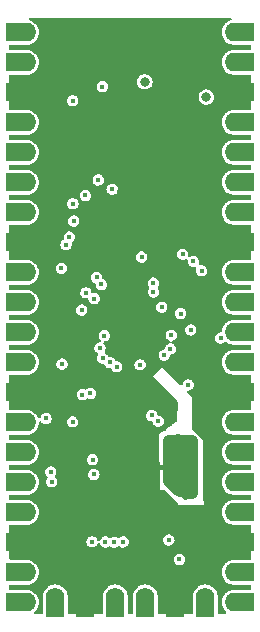
<source format=gbr>
%TF.GenerationSoftware,KiCad,Pcbnew,6.0.1-79c1e3a40b~116~ubuntu20.04.1*%
%TF.CreationDate,2022-03-09T16:59:06+01:00*%
%TF.ProjectId,microcontroller_mini,6d696372-6f63-46f6-9e74-726f6c6c6572,rev?*%
%TF.SameCoordinates,Original*%
%TF.FileFunction,Copper,L2,Inr*%
%TF.FilePolarity,Positive*%
%FSLAX46Y46*%
G04 Gerber Fmt 4.6, Leading zero omitted, Abs format (unit mm)*
G04 Created by KiCad (PCBNEW 6.0.1-79c1e3a40b~116~ubuntu20.04.1) date 2022-03-09 16:59:06*
%MOMM*%
%LPD*%
G01*
G04 APERTURE LIST*
%TA.AperFunction,ComponentPad*%
%ADD10O,2.400000X1.600000*%
%TD*%
%TA.AperFunction,ComponentPad*%
%ADD11R,1.000000X1.600000*%
%TD*%
%TA.AperFunction,ComponentPad*%
%ADD12O,1.600000X2.400000*%
%TD*%
%TA.AperFunction,ComponentPad*%
%ADD13R,1.600000X1.000000*%
%TD*%
%TA.AperFunction,ViaPad*%
%ADD14C,0.800000*%
%TD*%
%TA.AperFunction,ViaPad*%
%ADD15C,0.450000*%
%TD*%
%TA.AperFunction,Conductor*%
%ADD16C,1.000000*%
%TD*%
%TA.AperFunction,Conductor*%
%ADD17C,0.250000*%
%TD*%
%TA.AperFunction,Conductor*%
%ADD18C,0.700000*%
%TD*%
%TA.AperFunction,Conductor*%
%ADD19C,0.400000*%
%TD*%
G04 APERTURE END LIST*
D10*
%TO.N,PB11*%
%TO.C,J1*%
X86460978Y-50810000D03*
D11*
X85660978Y-50810000D03*
%TO.N,PB12*%
X85660978Y-53350000D03*
D10*
X86460978Y-53350000D03*
D11*
%TO.N,GNDD*%
X85660978Y-55890000D03*
D10*
X86460978Y-55890000D03*
%TO.N,PB13*%
X86460978Y-58430000D03*
D11*
X85660978Y-58430000D03*
D10*
%TO.N,PB14*%
X86460978Y-60970000D03*
D11*
X85660978Y-60970000D03*
D10*
%TO.N,PB15*%
X86460978Y-63510000D03*
D11*
X85660978Y-63510000D03*
D10*
%TO.N,PC6*%
X86460978Y-66050000D03*
D11*
X85660978Y-66050000D03*
D10*
%TO.N,GNDD*%
X86460978Y-68590000D03*
D11*
X85660978Y-68590000D03*
D10*
%TO.N,PC7*%
X86460978Y-71130000D03*
D11*
X85660978Y-71130000D03*
D10*
%TO.N,PC8*%
X86460978Y-73670000D03*
D11*
X85660978Y-73670000D03*
%TO.N,PC9*%
X85660978Y-76210000D03*
D10*
X86460978Y-76210000D03*
%TO.N,PA8*%
X86460978Y-78750000D03*
D11*
X85660978Y-78750000D03*
%TO.N,GNDD*%
X85660978Y-81290000D03*
D10*
X86460978Y-81290000D03*
D11*
%TO.N,PA9*%
X85660978Y-83830000D03*
D10*
X86460978Y-83830000D03*
D11*
%TO.N,PA10*%
X85660978Y-86370000D03*
D10*
X86460978Y-86370000D03*
D11*
%TO.N,PC10*%
X85660978Y-88910000D03*
D10*
X86460978Y-88910000D03*
D11*
%TO.N,PC11*%
X85660978Y-91450000D03*
D10*
X86460978Y-91450000D03*
%TO.N,GNDD*%
X86460978Y-93990000D03*
D11*
X85660978Y-93990000D03*
%TO.N,PC12*%
X85660978Y-96530000D03*
D10*
X86460978Y-96530000D03*
D11*
%TO.N,PB4*%
X85660978Y-99070000D03*
D10*
X86460978Y-99070000D03*
D12*
%TO.N,PB5*%
X89310978Y-99010000D03*
D13*
X89310978Y-99810000D03*
D12*
%TO.N,GNDD*%
X91850978Y-99010000D03*
D13*
X91850978Y-99810000D03*
D12*
%TO.N,PB6*%
X94390978Y-99010000D03*
D13*
X94390978Y-99810000D03*
D12*
%TO.N,PB7*%
X96930978Y-99010000D03*
D13*
X96930978Y-99810000D03*
%TO.N,GNDD*%
X99470978Y-99810000D03*
D12*
X99470978Y-99010000D03*
%TO.N,PB8*%
X102010978Y-99010000D03*
D13*
X102010978Y-99810000D03*
D10*
%TO.N,PB9*%
X104860978Y-99070000D03*
D11*
X105660978Y-99070000D03*
%TO.N,PC13*%
X105660978Y-96530000D03*
D10*
X104860978Y-96530000D03*
D11*
%TO.N,GNDD*%
X105660978Y-93990000D03*
D10*
X104860978Y-93990000D03*
%TO.N,PC0*%
X104860978Y-91450000D03*
D11*
X105660978Y-91450000D03*
%TO.N,PC1*%
X105660978Y-88910000D03*
D10*
X104860978Y-88910000D03*
%TO.N,PC2*%
X104860978Y-86370000D03*
D11*
X105660978Y-86370000D03*
D10*
%TO.N,PC3*%
X104860978Y-83830000D03*
D11*
X105660978Y-83830000D03*
%TO.N,GNDD*%
X105660978Y-81290000D03*
D10*
X104860978Y-81290000D03*
D11*
%TO.N,PA0*%
X105660978Y-78750000D03*
D10*
X104860978Y-78750000D03*
D11*
%TO.N,PA1*%
X105660978Y-76210000D03*
D10*
X104860978Y-76210000D03*
D11*
%TO.N,PB0*%
X105660978Y-73670000D03*
D10*
X104860978Y-73670000D03*
%TO.N,PA5*%
X104860978Y-71130000D03*
D11*
X105660978Y-71130000D03*
%TO.N,GNDD*%
X105660978Y-68590000D03*
D10*
X104860978Y-68590000D03*
%TO.N,PA6*%
X104860978Y-66050000D03*
D11*
X105660978Y-66050000D03*
%TO.N,PC4*%
X105660978Y-63510000D03*
D10*
X104860978Y-63510000D03*
%TO.N,+3V3*%
X104860978Y-60970000D03*
D11*
X105660978Y-60970000D03*
D10*
%TO.N,PB1*%
X104860978Y-58430000D03*
D11*
X105660978Y-58430000D03*
D10*
%TO.N,GNDD*%
X104860978Y-55890000D03*
D11*
X105660978Y-55890000D03*
%TO.N,+BATT*%
X105660978Y-53350000D03*
D10*
X104860978Y-53350000D03*
D11*
%TO.N,+5VD*%
X105660978Y-50810000D03*
D10*
X104860978Y-50810000D03*
%TD*%
D14*
%TO.N,+5VD*%
X102100000Y-56300000D03*
D15*
%TO.N,VBUS*%
X93300000Y-55400000D03*
D14*
X96900000Y-55000000D03*
D15*
%TO.N,+3V3*%
X92580978Y-88240000D03*
X103330978Y-76690000D03*
X92430978Y-93940000D03*
X99129483Y-76454659D03*
X91560978Y-74330878D03*
X88532947Y-83506762D03*
%TO.N,GNDD*%
X103660978Y-80010000D03*
X102180978Y-85990000D03*
X102180978Y-85240000D03*
X102180978Y-86790000D03*
X102080978Y-90990000D03*
X97802066Y-82424393D03*
X102427112Y-70600000D03*
X97930978Y-89190000D03*
D14*
X92400000Y-51700000D03*
D15*
X97930978Y-84990000D03*
X94703111Y-64390000D03*
X102080978Y-90190000D03*
X101760100Y-96010878D03*
X98480978Y-84390000D03*
X101080978Y-90990000D03*
X103854989Y-82410000D03*
X100130978Y-85110000D03*
X101260978Y-67710000D03*
X97330978Y-71390000D03*
D14*
X99200000Y-51790000D03*
D15*
X97330978Y-70290000D03*
X99280978Y-90590000D03*
X101080978Y-83190000D03*
X101210978Y-75440000D03*
X102080978Y-88590000D03*
X88200000Y-61100000D03*
X91080978Y-64690000D03*
X97930978Y-88390000D03*
X102480978Y-78290000D03*
X101586444Y-69886444D03*
X89830978Y-69990000D03*
X94310978Y-94810000D03*
X100260978Y-67210000D03*
X97360978Y-64510000D03*
X88779924Y-82374180D03*
X97930978Y-87590000D03*
X97871711Y-74549267D03*
D14*
X102800000Y-58600000D03*
D15*
X93360978Y-71210000D03*
X90680978Y-66090000D03*
X99566307Y-69110000D03*
X93669342Y-77835331D03*
X88280978Y-71034721D03*
X95560978Y-94810000D03*
X93156967Y-89590000D03*
X97930978Y-86790000D03*
X94630978Y-78490000D03*
X100230978Y-87410000D03*
X99788703Y-75255164D03*
X90130978Y-69440000D03*
X91180978Y-80990000D03*
X88200000Y-58400000D03*
X97180978Y-73540000D03*
X93330978Y-73240000D03*
X90800000Y-55900000D03*
X98730978Y-83190000D03*
X98310978Y-63310000D03*
X98080978Y-89990000D03*
X93279122Y-59879122D03*
X90260978Y-50510000D03*
X88200000Y-64000000D03*
X92430978Y-64309872D03*
X100280978Y-90990000D03*
X99430978Y-82690000D03*
X90630978Y-74890000D03*
X98209698Y-94165410D03*
X98046682Y-78575293D03*
X102080978Y-89390000D03*
X101530978Y-81740000D03*
X99380978Y-83390000D03*
X98460978Y-65410000D03*
X93935534Y-76035570D03*
X92542414Y-72702185D03*
X101080978Y-83990000D03*
X92330978Y-82590000D03*
X103060978Y-93510000D03*
X90280978Y-67490000D03*
X101080978Y-82590000D03*
X103060978Y-94310000D03*
D14*
X98000000Y-52200000D03*
X92080978Y-53590000D03*
X95900000Y-56500000D03*
D15*
X98460978Y-77210000D03*
X99880978Y-89990000D03*
D14*
X95900000Y-58100000D03*
D15*
X93606256Y-77121131D03*
X102180978Y-87640000D03*
X97930978Y-85990000D03*
X93574182Y-63490000D03*
X93156967Y-90190000D03*
X99030978Y-83940000D03*
X99530978Y-88110000D03*
X94130978Y-78140000D03*
X93810978Y-71860000D03*
X101200000Y-50500000D03*
X101480978Y-84590000D03*
D14*
X94200000Y-52300000D03*
D15*
X98680978Y-89990000D03*
%TO.N,/NRST*%
X97481478Y-83248263D03*
X100560978Y-80660000D03*
%TO.N,PA4*%
X98330978Y-74090000D03*
X89010978Y-88860000D03*
%TO.N,PB11*%
X94123682Y-64096546D03*
%TO.N,PA8*%
X93210978Y-72160000D03*
%TO.N,PA9*%
X91912097Y-72858881D03*
%TO.N,PC10*%
X88936478Y-88023124D03*
%TO.N,/SWDIO*%
X93560978Y-93960000D03*
X93468075Y-76486498D03*
%TO.N,/SWCLK*%
X93098293Y-77525886D03*
X94298810Y-93974944D03*
%TO.N,/SWO*%
X95060978Y-93960000D03*
X93330978Y-78390000D03*
%TO.N,/STLINK_RX*%
X100785478Y-76010000D03*
X99830978Y-95440000D03*
%TO.N,/STLINK_TX*%
X99934944Y-74622339D03*
X98930978Y-93790000D03*
%TO.N,+BATT*%
X96498171Y-78966579D03*
%TO.N,PB12*%
X92950644Y-63308194D03*
%TO.N,PB13*%
X91861496Y-64622192D03*
%TO.N,PB14*%
X90808008Y-65321739D03*
%TO.N,PB15*%
X90880978Y-66790000D03*
%TO.N,PB6*%
X91610345Y-81477337D03*
%TO.N,PB7*%
X92279446Y-81381421D03*
%TO.N,PB1*%
X100100000Y-69600000D03*
%TO.N,/EEPROM_WP*%
X92480978Y-86990000D03*
X97630978Y-72790000D03*
%TO.N,PB0*%
X101017048Y-70198919D03*
%TO.N,PB8*%
X93928561Y-78757155D03*
%TO.N,PC6*%
X90510978Y-68140000D03*
%TO.N,PC7*%
X90230978Y-68790000D03*
%TO.N,PC8*%
X89830978Y-70790000D03*
%TO.N,PC9*%
X92810978Y-71560000D03*
%TO.N,PB9*%
X94524200Y-79130665D03*
%TO.N,PA10*%
X92610978Y-73360000D03*
%TO.N,PC12*%
X89883529Y-78896501D03*
%TO.N,PC13*%
X98030978Y-83740000D03*
%TO.N,PC4*%
X101700000Y-71000000D03*
%TO.N,PC5*%
X97630978Y-72040000D03*
X90780978Y-83790000D03*
%TO.N,PC0*%
X98532542Y-78144254D03*
%TO.N,PC1*%
X99060978Y-77610000D03*
%TO.N,PA5*%
X90800000Y-56600000D03*
X96630978Y-69840000D03*
%TD*%
D16*
%TO.N,GNDD*%
X100530978Y-85790000D02*
X100930978Y-85390000D01*
D17*
X100300978Y-90210000D02*
X100080978Y-89990000D01*
X100080978Y-89990000D02*
X99880978Y-89990000D01*
D16*
X100730978Y-85590000D02*
X99960978Y-85590000D01*
X100930978Y-85390000D02*
X100730978Y-85590000D01*
X99730978Y-87810000D02*
X99730978Y-85790000D01*
D18*
X100930978Y-85390000D02*
X100800978Y-85260000D01*
D16*
X99960978Y-85590000D02*
X99680978Y-85310000D01*
X99730978Y-89440000D02*
X99730978Y-87810000D01*
D19*
X98680978Y-87590000D02*
X97930978Y-87590000D01*
D17*
X100380978Y-90210000D02*
X100300978Y-90210000D01*
D16*
X99730978Y-85790000D02*
X100130978Y-85390000D01*
X98930978Y-88840000D02*
X98930978Y-87340000D01*
X100130978Y-85390000D02*
X100930978Y-85390000D01*
D18*
X100800978Y-85260000D02*
X99080978Y-85260000D01*
D16*
X99680978Y-89590000D02*
X98930978Y-88840000D01*
X100530978Y-89810000D02*
X100530978Y-85790000D01*
X98930978Y-87340000D02*
X98930978Y-85410000D01*
X100930978Y-89790000D02*
X100930978Y-85390000D01*
D19*
X98930978Y-87340000D02*
X98680978Y-87590000D01*
%TD*%
%TA.AperFunction,Conductor*%
%TO.N,GNDD*%
G36*
X104181325Y-49580002D02*
G01*
X104227818Y-49633658D01*
X104237922Y-49703932D01*
X104208428Y-49768512D01*
X104149622Y-49806622D01*
X104058727Y-49834065D01*
X103876827Y-49930782D01*
X103813032Y-49982812D01*
X103721953Y-50057094D01*
X103721950Y-50057097D01*
X103717178Y-50060989D01*
X103713251Y-50065736D01*
X103713249Y-50065738D01*
X103589789Y-50214975D01*
X103589787Y-50214979D01*
X103585860Y-50219725D01*
X103487875Y-50400945D01*
X103426955Y-50597746D01*
X103426311Y-50603871D01*
X103426311Y-50603872D01*
X103425436Y-50612203D01*
X103405421Y-50802631D01*
X103406584Y-50815413D01*
X103422205Y-50987058D01*
X103424092Y-51007797D01*
X103482258Y-51205428D01*
X103577704Y-51387998D01*
X103581564Y-51392799D01*
X103581566Y-51392802D01*
X103671384Y-51504513D01*
X103706793Y-51548553D01*
X103864608Y-51680976D01*
X103870006Y-51683944D01*
X103870011Y-51683947D01*
X104039743Y-51777257D01*
X104045140Y-51780224D01*
X104241510Y-51842516D01*
X104247627Y-51843202D01*
X104247631Y-51843203D01*
X104323852Y-51851752D01*
X104401842Y-51860500D01*
X105784978Y-51860500D01*
X105853099Y-51880502D01*
X105899592Y-51934158D01*
X105910978Y-51986500D01*
X105910978Y-52173500D01*
X105890976Y-52241621D01*
X105837320Y-52288114D01*
X105784978Y-52299500D01*
X104409137Y-52299500D01*
X104255948Y-52314520D01*
X104058727Y-52374065D01*
X103876827Y-52470782D01*
X103813032Y-52522812D01*
X103721953Y-52597094D01*
X103721950Y-52597097D01*
X103717178Y-52600989D01*
X103713251Y-52605736D01*
X103713249Y-52605738D01*
X103589789Y-52754975D01*
X103589787Y-52754979D01*
X103585860Y-52759725D01*
X103487875Y-52940945D01*
X103426955Y-53137746D01*
X103426311Y-53143871D01*
X103426311Y-53143872D01*
X103425436Y-53152203D01*
X103405421Y-53342631D01*
X103406584Y-53355413D01*
X103422205Y-53527058D01*
X103424092Y-53547797D01*
X103482258Y-53745428D01*
X103577704Y-53927998D01*
X103581564Y-53932799D01*
X103581566Y-53932802D01*
X103671384Y-54044513D01*
X103706793Y-54088553D01*
X103864608Y-54220976D01*
X103870006Y-54223944D01*
X103870011Y-54223947D01*
X104039743Y-54317257D01*
X104045140Y-54320224D01*
X104241510Y-54382516D01*
X104247627Y-54383202D01*
X104247631Y-54383203D01*
X104323852Y-54391752D01*
X104401842Y-54400500D01*
X105784978Y-54400500D01*
X105853099Y-54420502D01*
X105899592Y-54474158D01*
X105910978Y-54526500D01*
X105910978Y-57253500D01*
X105890976Y-57321621D01*
X105837320Y-57368114D01*
X105784978Y-57379500D01*
X104409137Y-57379500D01*
X104255948Y-57394520D01*
X104058727Y-57454065D01*
X103876827Y-57550782D01*
X103813032Y-57602812D01*
X103721953Y-57677094D01*
X103721950Y-57677097D01*
X103717178Y-57680989D01*
X103713251Y-57685736D01*
X103713249Y-57685738D01*
X103589789Y-57834975D01*
X103589787Y-57834979D01*
X103585860Y-57839725D01*
X103487875Y-58020945D01*
X103426955Y-58217746D01*
X103426311Y-58223871D01*
X103426311Y-58223872D01*
X103425436Y-58232203D01*
X103405421Y-58422631D01*
X103406584Y-58435413D01*
X103422205Y-58607058D01*
X103424092Y-58627797D01*
X103482258Y-58825428D01*
X103577704Y-59007998D01*
X103581564Y-59012799D01*
X103581566Y-59012802D01*
X103671384Y-59124513D01*
X103706793Y-59168553D01*
X103864608Y-59300976D01*
X103870006Y-59303944D01*
X103870011Y-59303947D01*
X104039743Y-59397257D01*
X104045140Y-59400224D01*
X104241510Y-59462516D01*
X104247627Y-59463202D01*
X104247631Y-59463203D01*
X104323852Y-59471752D01*
X104401842Y-59480500D01*
X105784978Y-59480500D01*
X105853099Y-59500502D01*
X105899592Y-59554158D01*
X105910978Y-59606500D01*
X105910978Y-59793500D01*
X105890976Y-59861621D01*
X105837320Y-59908114D01*
X105784978Y-59919500D01*
X104409137Y-59919500D01*
X104255948Y-59934520D01*
X104058727Y-59994065D01*
X103876827Y-60090782D01*
X103813032Y-60142812D01*
X103721953Y-60217094D01*
X103721950Y-60217097D01*
X103717178Y-60220989D01*
X103713251Y-60225736D01*
X103713249Y-60225738D01*
X103589789Y-60374975D01*
X103589787Y-60374979D01*
X103585860Y-60379725D01*
X103487875Y-60560945D01*
X103426955Y-60757746D01*
X103426311Y-60763871D01*
X103426311Y-60763872D01*
X103425436Y-60772203D01*
X103405421Y-60962631D01*
X103406584Y-60975413D01*
X103422205Y-61147058D01*
X103424092Y-61167797D01*
X103482258Y-61365428D01*
X103577704Y-61547998D01*
X103581564Y-61552799D01*
X103581566Y-61552802D01*
X103671384Y-61664513D01*
X103706793Y-61708553D01*
X103864608Y-61840976D01*
X103870006Y-61843944D01*
X103870011Y-61843947D01*
X104039743Y-61937257D01*
X104045140Y-61940224D01*
X104241510Y-62002516D01*
X104247627Y-62003202D01*
X104247631Y-62003203D01*
X104323852Y-62011752D01*
X104401842Y-62020500D01*
X105784978Y-62020500D01*
X105853099Y-62040502D01*
X105899592Y-62094158D01*
X105910978Y-62146500D01*
X105910978Y-62333500D01*
X105890976Y-62401621D01*
X105837320Y-62448114D01*
X105784978Y-62459500D01*
X104409137Y-62459500D01*
X104255948Y-62474520D01*
X104058727Y-62534065D01*
X103876827Y-62630782D01*
X103813032Y-62682812D01*
X103721953Y-62757094D01*
X103721950Y-62757097D01*
X103717178Y-62760989D01*
X103713251Y-62765736D01*
X103713249Y-62765738D01*
X103589789Y-62914975D01*
X103589787Y-62914979D01*
X103585860Y-62919725D01*
X103487875Y-63100945D01*
X103426955Y-63297746D01*
X103426311Y-63303871D01*
X103426311Y-63303872D01*
X103424120Y-63324724D01*
X103405421Y-63502631D01*
X103406584Y-63515413D01*
X103422205Y-63687058D01*
X103424092Y-63707797D01*
X103482258Y-63905428D01*
X103577704Y-64087998D01*
X103581564Y-64092799D01*
X103581566Y-64092802D01*
X103698866Y-64238694D01*
X103706793Y-64248553D01*
X103864608Y-64380976D01*
X103870006Y-64383944D01*
X103870011Y-64383947D01*
X103998648Y-64454665D01*
X104045140Y-64480224D01*
X104241510Y-64542516D01*
X104247627Y-64543202D01*
X104247631Y-64543203D01*
X104323852Y-64551752D01*
X104401842Y-64560500D01*
X105784978Y-64560500D01*
X105853099Y-64580502D01*
X105899592Y-64634158D01*
X105910978Y-64686500D01*
X105910978Y-64873500D01*
X105890976Y-64941621D01*
X105837320Y-64988114D01*
X105784978Y-64999500D01*
X104409137Y-64999500D01*
X104255948Y-65014520D01*
X104058727Y-65074065D01*
X103876827Y-65170782D01*
X103813032Y-65222812D01*
X103721953Y-65297094D01*
X103721950Y-65297097D01*
X103717178Y-65300989D01*
X103713251Y-65305736D01*
X103713249Y-65305738D01*
X103589789Y-65454975D01*
X103589787Y-65454979D01*
X103585860Y-65459725D01*
X103487875Y-65640945D01*
X103426955Y-65837746D01*
X103426311Y-65843871D01*
X103426311Y-65843872D01*
X103425436Y-65852203D01*
X103405421Y-66042631D01*
X103406584Y-66055413D01*
X103422205Y-66227058D01*
X103424092Y-66247797D01*
X103482258Y-66445428D01*
X103577704Y-66627998D01*
X103581564Y-66632799D01*
X103581566Y-66632802D01*
X103606696Y-66664057D01*
X103706793Y-66788553D01*
X103864608Y-66920976D01*
X103870006Y-66923944D01*
X103870011Y-66923947D01*
X104039743Y-67017257D01*
X104045140Y-67020224D01*
X104241510Y-67082516D01*
X104247627Y-67083202D01*
X104247631Y-67083203D01*
X104323852Y-67091752D01*
X104401842Y-67100500D01*
X105784978Y-67100500D01*
X105853099Y-67120502D01*
X105899592Y-67174158D01*
X105910978Y-67226500D01*
X105910978Y-69953500D01*
X105890976Y-70021621D01*
X105837320Y-70068114D01*
X105784978Y-70079500D01*
X104409137Y-70079500D01*
X104255948Y-70094520D01*
X104058727Y-70154065D01*
X103876827Y-70250782D01*
X103795072Y-70317460D01*
X103721953Y-70377094D01*
X103721950Y-70377097D01*
X103717178Y-70380989D01*
X103713251Y-70385736D01*
X103713249Y-70385738D01*
X103589789Y-70534975D01*
X103589787Y-70534979D01*
X103585860Y-70539725D01*
X103487875Y-70720945D01*
X103426955Y-70917746D01*
X103426311Y-70923871D01*
X103426311Y-70923872D01*
X103409118Y-71087460D01*
X103405421Y-71122631D01*
X103409214Y-71164311D01*
X103422414Y-71309354D01*
X103424092Y-71327797D01*
X103482258Y-71525428D01*
X103577704Y-71707998D01*
X103581564Y-71712799D01*
X103581566Y-71712802D01*
X103668342Y-71820730D01*
X103706793Y-71868553D01*
X103864608Y-72000976D01*
X103870006Y-72003944D01*
X103870011Y-72003947D01*
X104039743Y-72097257D01*
X104045140Y-72100224D01*
X104051013Y-72102087D01*
X104233579Y-72160000D01*
X104241510Y-72162516D01*
X104247627Y-72163202D01*
X104247631Y-72163203D01*
X104323718Y-72171737D01*
X104401842Y-72180500D01*
X105784978Y-72180500D01*
X105853099Y-72200502D01*
X105899592Y-72254158D01*
X105910978Y-72306500D01*
X105910978Y-72493500D01*
X105890976Y-72561621D01*
X105837320Y-72608114D01*
X105784978Y-72619500D01*
X104409137Y-72619500D01*
X104255948Y-72634520D01*
X104058727Y-72694065D01*
X103876827Y-72790782D01*
X103813032Y-72842812D01*
X103721953Y-72917094D01*
X103721950Y-72917097D01*
X103717178Y-72920989D01*
X103713251Y-72925736D01*
X103713249Y-72925738D01*
X103589789Y-73074975D01*
X103589787Y-73074979D01*
X103585860Y-73079725D01*
X103487875Y-73260945D01*
X103426955Y-73457746D01*
X103426311Y-73463871D01*
X103426311Y-73463872D01*
X103406593Y-73651484D01*
X103405421Y-73662631D01*
X103411517Y-73729612D01*
X103422205Y-73847058D01*
X103424092Y-73867797D01*
X103482258Y-74065428D01*
X103577704Y-74247998D01*
X103581564Y-74252799D01*
X103581566Y-74252802D01*
X103673158Y-74366719D01*
X103706793Y-74408553D01*
X103864608Y-74540976D01*
X103870006Y-74543944D01*
X103870011Y-74543947D01*
X104025118Y-74629217D01*
X104045140Y-74640224D01*
X104241510Y-74702516D01*
X104247627Y-74703202D01*
X104247631Y-74703203D01*
X104323852Y-74711752D01*
X104401842Y-74720500D01*
X105784978Y-74720500D01*
X105853099Y-74740502D01*
X105899592Y-74794158D01*
X105910978Y-74846500D01*
X105910978Y-75033500D01*
X105890976Y-75101621D01*
X105837320Y-75148114D01*
X105784978Y-75159500D01*
X104409137Y-75159500D01*
X104255948Y-75174520D01*
X104058727Y-75234065D01*
X103876827Y-75330782D01*
X103813032Y-75382812D01*
X103721953Y-75457094D01*
X103721950Y-75457097D01*
X103717178Y-75460989D01*
X103713251Y-75465736D01*
X103713249Y-75465738D01*
X103589789Y-75614975D01*
X103589787Y-75614979D01*
X103585860Y-75619725D01*
X103487875Y-75800945D01*
X103426955Y-75997746D01*
X103426312Y-76003869D01*
X103426311Y-76003871D01*
X103416063Y-76101376D01*
X103389050Y-76167033D01*
X103330828Y-76207662D01*
X103289983Y-76214203D01*
X103265782Y-76214055D01*
X103257150Y-76216522D01*
X103143451Y-76249017D01*
X103143449Y-76249018D01*
X103134820Y-76251484D01*
X103127230Y-76256273D01*
X103039446Y-76311661D01*
X103019628Y-76324165D01*
X103013685Y-76330894D01*
X103013684Y-76330895D01*
X102973407Y-76376500D01*
X102929465Y-76426255D01*
X102925651Y-76434378D01*
X102925650Y-76434380D01*
X102902255Y-76484210D01*
X102871579Y-76549548D01*
X102870199Y-76558412D01*
X102870198Y-76558415D01*
X102857397Y-76640633D01*
X102850624Y-76684131D01*
X102851788Y-76693033D01*
X102851788Y-76693036D01*
X102853812Y-76708515D01*
X102868284Y-76819186D01*
X102871901Y-76827406D01*
X102916546Y-76928869D01*
X102923140Y-76943856D01*
X102928917Y-76950729D01*
X102928918Y-76950730D01*
X103005002Y-77041243D01*
X103010782Y-77048119D01*
X103124165Y-77123593D01*
X103155050Y-77133242D01*
X103240861Y-77160051D01*
X103254173Y-77164210D01*
X103390355Y-77166706D01*
X103433520Y-77154938D01*
X103513102Y-77133242D01*
X103513105Y-77133241D01*
X103521764Y-77130880D01*
X103529414Y-77126183D01*
X103529416Y-77126182D01*
X103630184Y-77064311D01*
X103630187Y-77064308D01*
X103637836Y-77059612D01*
X103643861Y-77052956D01*
X103650767Y-77047222D01*
X103651748Y-77048404D01*
X103703836Y-77016501D01*
X103774816Y-77018038D01*
X103817700Y-77041615D01*
X103864608Y-77080976D01*
X103870000Y-77083940D01*
X103870004Y-77083943D01*
X104016254Y-77164344D01*
X104045140Y-77180224D01*
X104241510Y-77242516D01*
X104247627Y-77243202D01*
X104247631Y-77243203D01*
X104316211Y-77250895D01*
X104401842Y-77260500D01*
X105784978Y-77260500D01*
X105853099Y-77280502D01*
X105899592Y-77334158D01*
X105910978Y-77386500D01*
X105910978Y-77573500D01*
X105890976Y-77641621D01*
X105837320Y-77688114D01*
X105784978Y-77699500D01*
X104409137Y-77699500D01*
X104255948Y-77714520D01*
X104058727Y-77774065D01*
X103876827Y-77870782D01*
X103813032Y-77922812D01*
X103721953Y-77997094D01*
X103721950Y-77997097D01*
X103717178Y-78000989D01*
X103713251Y-78005736D01*
X103713249Y-78005738D01*
X103589789Y-78154975D01*
X103589787Y-78154979D01*
X103585860Y-78159725D01*
X103487875Y-78340945D01*
X103426955Y-78537746D01*
X103426311Y-78543871D01*
X103426311Y-78543872D01*
X103409959Y-78699459D01*
X103405421Y-78742631D01*
X103413033Y-78826270D01*
X103422205Y-78927058D01*
X103424092Y-78947797D01*
X103482258Y-79145428D01*
X103485115Y-79150893D01*
X103489382Y-79159055D01*
X103577704Y-79327998D01*
X103581564Y-79332799D01*
X103581566Y-79332802D01*
X103668522Y-79440953D01*
X103706793Y-79488553D01*
X103864608Y-79620976D01*
X103870006Y-79623944D01*
X103870011Y-79623947D01*
X104039743Y-79717257D01*
X104045140Y-79720224D01*
X104241510Y-79782516D01*
X104247627Y-79783202D01*
X104247631Y-79783203D01*
X104323852Y-79791752D01*
X104401842Y-79800500D01*
X105784978Y-79800500D01*
X105853099Y-79820502D01*
X105899592Y-79874158D01*
X105910978Y-79926500D01*
X105910978Y-82653500D01*
X105890976Y-82721621D01*
X105837320Y-82768114D01*
X105784978Y-82779500D01*
X104409137Y-82779500D01*
X104255948Y-82794520D01*
X104058727Y-82854065D01*
X103876827Y-82950782D01*
X103825501Y-82992643D01*
X103721953Y-83077094D01*
X103721950Y-83077097D01*
X103717178Y-83080989D01*
X103713251Y-83085736D01*
X103713249Y-83085738D01*
X103589789Y-83234975D01*
X103589787Y-83234979D01*
X103585860Y-83239725D01*
X103487875Y-83420945D01*
X103426955Y-83617746D01*
X103426311Y-83623871D01*
X103426311Y-83623872D01*
X103408532Y-83793036D01*
X103405421Y-83822631D01*
X103411193Y-83886054D01*
X103422205Y-84007058D01*
X103424092Y-84027797D01*
X103482258Y-84225428D01*
X103485115Y-84230893D01*
X103503838Y-84266706D01*
X103577704Y-84407998D01*
X103581564Y-84412799D01*
X103581566Y-84412802D01*
X103671384Y-84524513D01*
X103706793Y-84568553D01*
X103864608Y-84700976D01*
X103870006Y-84703944D01*
X103870011Y-84703947D01*
X104038532Y-84796591D01*
X104045140Y-84800224D01*
X104241510Y-84862516D01*
X104247627Y-84863202D01*
X104247631Y-84863203D01*
X104323852Y-84871752D01*
X104401842Y-84880500D01*
X105784978Y-84880500D01*
X105853099Y-84900502D01*
X105899592Y-84954158D01*
X105910978Y-85006500D01*
X105910978Y-85193500D01*
X105890976Y-85261621D01*
X105837320Y-85308114D01*
X105784978Y-85319500D01*
X104409137Y-85319500D01*
X104255948Y-85334520D01*
X104058727Y-85394065D01*
X103876827Y-85490782D01*
X103813032Y-85542812D01*
X103721953Y-85617094D01*
X103721950Y-85617097D01*
X103717178Y-85620989D01*
X103713251Y-85625736D01*
X103713249Y-85625738D01*
X103589789Y-85774975D01*
X103589787Y-85774979D01*
X103585860Y-85779725D01*
X103487875Y-85960945D01*
X103426955Y-86157746D01*
X103426311Y-86163871D01*
X103426311Y-86163872D01*
X103425436Y-86172203D01*
X103405421Y-86362631D01*
X103406584Y-86375413D01*
X103423273Y-86558794D01*
X103424092Y-86567797D01*
X103482258Y-86765428D01*
X103577704Y-86947998D01*
X103581564Y-86952799D01*
X103581566Y-86952802D01*
X103671384Y-87064513D01*
X103706793Y-87108553D01*
X103864608Y-87240976D01*
X103870006Y-87243944D01*
X103870011Y-87243947D01*
X104039743Y-87337257D01*
X104045140Y-87340224D01*
X104241510Y-87402516D01*
X104247627Y-87403202D01*
X104247631Y-87403203D01*
X104323852Y-87411752D01*
X104401842Y-87420500D01*
X105784978Y-87420500D01*
X105853099Y-87440502D01*
X105899592Y-87494158D01*
X105910978Y-87546500D01*
X105910978Y-87733500D01*
X105890976Y-87801621D01*
X105837320Y-87848114D01*
X105784978Y-87859500D01*
X104409137Y-87859500D01*
X104255948Y-87874520D01*
X104058727Y-87934065D01*
X103876827Y-88030782D01*
X103813032Y-88082812D01*
X103721953Y-88157094D01*
X103721950Y-88157097D01*
X103717178Y-88160989D01*
X103713251Y-88165736D01*
X103713249Y-88165738D01*
X103589789Y-88314975D01*
X103589787Y-88314979D01*
X103585860Y-88319725D01*
X103549996Y-88386054D01*
X103496153Y-88485636D01*
X103487875Y-88500945D01*
X103426955Y-88697746D01*
X103426311Y-88703871D01*
X103426311Y-88703872D01*
X103409583Y-88863036D01*
X103405421Y-88902631D01*
X103413298Y-88989186D01*
X103422205Y-89087058D01*
X103424092Y-89107797D01*
X103482258Y-89305428D01*
X103577704Y-89487998D01*
X103581564Y-89492799D01*
X103581566Y-89492802D01*
X103659715Y-89590000D01*
X103706793Y-89648553D01*
X103864608Y-89780976D01*
X103870006Y-89783944D01*
X103870011Y-89783947D01*
X104039743Y-89877257D01*
X104045140Y-89880224D01*
X104241510Y-89942516D01*
X104247627Y-89943202D01*
X104247631Y-89943203D01*
X104323852Y-89951752D01*
X104401842Y-89960500D01*
X105784978Y-89960500D01*
X105853099Y-89980502D01*
X105899592Y-90034158D01*
X105910978Y-90086500D01*
X105910978Y-90273500D01*
X105890976Y-90341621D01*
X105837320Y-90388114D01*
X105784978Y-90399500D01*
X104409137Y-90399500D01*
X104255948Y-90414520D01*
X104058727Y-90474065D01*
X103876827Y-90570782D01*
X103813032Y-90622812D01*
X103721953Y-90697094D01*
X103721950Y-90697097D01*
X103717178Y-90700989D01*
X103713251Y-90705736D01*
X103713249Y-90705738D01*
X103589789Y-90854975D01*
X103589787Y-90854979D01*
X103585860Y-90859725D01*
X103487875Y-91040945D01*
X103426955Y-91237746D01*
X103426311Y-91243871D01*
X103426311Y-91243872D01*
X103425436Y-91252203D01*
X103405421Y-91442631D01*
X103406584Y-91455413D01*
X103422205Y-91627058D01*
X103424092Y-91647797D01*
X103482258Y-91845428D01*
X103577704Y-92027998D01*
X103581564Y-92032799D01*
X103581566Y-92032802D01*
X103671384Y-92144513D01*
X103706793Y-92188553D01*
X103864608Y-92320976D01*
X103870006Y-92323944D01*
X103870011Y-92323947D01*
X104039743Y-92417257D01*
X104045140Y-92420224D01*
X104241510Y-92482516D01*
X104247627Y-92483202D01*
X104247631Y-92483203D01*
X104323852Y-92491752D01*
X104401842Y-92500500D01*
X105784978Y-92500500D01*
X105853099Y-92520502D01*
X105899592Y-92574158D01*
X105910978Y-92626500D01*
X105910978Y-95353500D01*
X105890976Y-95421621D01*
X105837320Y-95468114D01*
X105784978Y-95479500D01*
X104409137Y-95479500D01*
X104255948Y-95494520D01*
X104058727Y-95554065D01*
X103876827Y-95650782D01*
X103786880Y-95724141D01*
X103721953Y-95777094D01*
X103721950Y-95777097D01*
X103717178Y-95780989D01*
X103713251Y-95785736D01*
X103713249Y-95785738D01*
X103589789Y-95934975D01*
X103589787Y-95934979D01*
X103585860Y-95939725D01*
X103487875Y-96120945D01*
X103426955Y-96317746D01*
X103426311Y-96323871D01*
X103426311Y-96323872D01*
X103425436Y-96332203D01*
X103405421Y-96522631D01*
X103406584Y-96535413D01*
X103422205Y-96707058D01*
X103424092Y-96727797D01*
X103482258Y-96925428D01*
X103577704Y-97107998D01*
X103581564Y-97112799D01*
X103581566Y-97112802D01*
X103671384Y-97224513D01*
X103706793Y-97268553D01*
X103864608Y-97400976D01*
X103870006Y-97403944D01*
X103870011Y-97403947D01*
X104039743Y-97497257D01*
X104045140Y-97500224D01*
X104241510Y-97562516D01*
X104247627Y-97563202D01*
X104247631Y-97563203D01*
X104323852Y-97571752D01*
X104401842Y-97580500D01*
X105784978Y-97580500D01*
X105853099Y-97600502D01*
X105899592Y-97654158D01*
X105910978Y-97706500D01*
X105910978Y-97893500D01*
X105890976Y-97961621D01*
X105837320Y-98008114D01*
X105784978Y-98019500D01*
X104409137Y-98019500D01*
X104255948Y-98034520D01*
X104058727Y-98094065D01*
X103876827Y-98190782D01*
X103813032Y-98242812D01*
X103721953Y-98317094D01*
X103721950Y-98317097D01*
X103717178Y-98320989D01*
X103713251Y-98325736D01*
X103713249Y-98325738D01*
X103589789Y-98474975D01*
X103589787Y-98474979D01*
X103585860Y-98479725D01*
X103487875Y-98660945D01*
X103426955Y-98857746D01*
X103426311Y-98863871D01*
X103426311Y-98863872D01*
X103425436Y-98872203D01*
X103405421Y-99062631D01*
X103406584Y-99075413D01*
X103422205Y-99247058D01*
X103424092Y-99267797D01*
X103482258Y-99465428D01*
X103577704Y-99647998D01*
X103581564Y-99652799D01*
X103581566Y-99652802D01*
X103671384Y-99764513D01*
X103706793Y-99808553D01*
X103741268Y-99837481D01*
X103780593Y-99896587D01*
X103781719Y-99967575D01*
X103744288Y-100027903D01*
X103680184Y-100058417D01*
X103660275Y-100060000D01*
X103187478Y-100060000D01*
X103119357Y-100039998D01*
X103072864Y-99986342D01*
X103061478Y-99934000D01*
X103061478Y-98558159D01*
X103046458Y-98404970D01*
X102986913Y-98207749D01*
X102890196Y-98025849D01*
X102816837Y-97935902D01*
X102763884Y-97870975D01*
X102763881Y-97870972D01*
X102759989Y-97866200D01*
X102742764Y-97851950D01*
X102606003Y-97738811D01*
X102605999Y-97738809D01*
X102601253Y-97734882D01*
X102420033Y-97636897D01*
X102223232Y-97575977D01*
X102217107Y-97575333D01*
X102217106Y-97575333D01*
X102024476Y-97555087D01*
X102024474Y-97555087D01*
X102018347Y-97554443D01*
X101950109Y-97560653D01*
X101819320Y-97572555D01*
X101819317Y-97572556D01*
X101813181Y-97573114D01*
X101615550Y-97631280D01*
X101432980Y-97726726D01*
X101428179Y-97730586D01*
X101428176Y-97730588D01*
X101417949Y-97738811D01*
X101272425Y-97855815D01*
X101140002Y-98013630D01*
X101137034Y-98019028D01*
X101137031Y-98019033D01*
X101093667Y-98097913D01*
X101040754Y-98194162D01*
X100978462Y-98390532D01*
X100977776Y-98396649D01*
X100977775Y-98396653D01*
X100970407Y-98462344D01*
X100960478Y-98550864D01*
X100960478Y-99934000D01*
X100940476Y-100002121D01*
X100886820Y-100048614D01*
X100834478Y-100060000D01*
X98107478Y-100060000D01*
X98039357Y-100039998D01*
X97992864Y-99986342D01*
X97981478Y-99934000D01*
X97981478Y-98558159D01*
X97966458Y-98404970D01*
X97906913Y-98207749D01*
X97810196Y-98025849D01*
X97736837Y-97935902D01*
X97683884Y-97870975D01*
X97683881Y-97870972D01*
X97679989Y-97866200D01*
X97662764Y-97851950D01*
X97526003Y-97738811D01*
X97525999Y-97738809D01*
X97521253Y-97734882D01*
X97340033Y-97636897D01*
X97143232Y-97575977D01*
X97137107Y-97575333D01*
X97137106Y-97575333D01*
X96944476Y-97555087D01*
X96944474Y-97555087D01*
X96938347Y-97554443D01*
X96870109Y-97560653D01*
X96739320Y-97572555D01*
X96739317Y-97572556D01*
X96733181Y-97573114D01*
X96535550Y-97631280D01*
X96352980Y-97726726D01*
X96348179Y-97730586D01*
X96348176Y-97730588D01*
X96337949Y-97738811D01*
X96192425Y-97855815D01*
X96060002Y-98013630D01*
X96057034Y-98019028D01*
X96057031Y-98019033D01*
X96013667Y-98097913D01*
X95960754Y-98194162D01*
X95898462Y-98390532D01*
X95897776Y-98396649D01*
X95897775Y-98396653D01*
X95890407Y-98462344D01*
X95880478Y-98550864D01*
X95880478Y-99934000D01*
X95860476Y-100002121D01*
X95806820Y-100048614D01*
X95754478Y-100060000D01*
X95567478Y-100060000D01*
X95499357Y-100039998D01*
X95452864Y-99986342D01*
X95441478Y-99934000D01*
X95441478Y-98558159D01*
X95426458Y-98404970D01*
X95366913Y-98207749D01*
X95270196Y-98025849D01*
X95196837Y-97935902D01*
X95143884Y-97870975D01*
X95143881Y-97870972D01*
X95139989Y-97866200D01*
X95122764Y-97851950D01*
X94986003Y-97738811D01*
X94985999Y-97738809D01*
X94981253Y-97734882D01*
X94800033Y-97636897D01*
X94603232Y-97575977D01*
X94597107Y-97575333D01*
X94597106Y-97575333D01*
X94404476Y-97555087D01*
X94404474Y-97555087D01*
X94398347Y-97554443D01*
X94330109Y-97560653D01*
X94199320Y-97572555D01*
X94199317Y-97572556D01*
X94193181Y-97573114D01*
X93995550Y-97631280D01*
X93812980Y-97726726D01*
X93808179Y-97730586D01*
X93808176Y-97730588D01*
X93797949Y-97738811D01*
X93652425Y-97855815D01*
X93520002Y-98013630D01*
X93517034Y-98019028D01*
X93517031Y-98019033D01*
X93473667Y-98097913D01*
X93420754Y-98194162D01*
X93358462Y-98390532D01*
X93357776Y-98396649D01*
X93357775Y-98396653D01*
X93350407Y-98462344D01*
X93340478Y-98550864D01*
X93340478Y-99934000D01*
X93320476Y-100002121D01*
X93266820Y-100048614D01*
X93214478Y-100060000D01*
X90487478Y-100060000D01*
X90419357Y-100039998D01*
X90372864Y-99986342D01*
X90361478Y-99934000D01*
X90361478Y-98558159D01*
X90346458Y-98404970D01*
X90286913Y-98207749D01*
X90190196Y-98025849D01*
X90116837Y-97935902D01*
X90063884Y-97870975D01*
X90063881Y-97870972D01*
X90059989Y-97866200D01*
X90042764Y-97851950D01*
X89906003Y-97738811D01*
X89905999Y-97738809D01*
X89901253Y-97734882D01*
X89720033Y-97636897D01*
X89523232Y-97575977D01*
X89517107Y-97575333D01*
X89517106Y-97575333D01*
X89324476Y-97555087D01*
X89324474Y-97555087D01*
X89318347Y-97554443D01*
X89250109Y-97560653D01*
X89119320Y-97572555D01*
X89119317Y-97572556D01*
X89113181Y-97573114D01*
X88915550Y-97631280D01*
X88732980Y-97726726D01*
X88728179Y-97730586D01*
X88728176Y-97730588D01*
X88717949Y-97738811D01*
X88572425Y-97855815D01*
X88440002Y-98013630D01*
X88437034Y-98019028D01*
X88437031Y-98019033D01*
X88393667Y-98097913D01*
X88340754Y-98194162D01*
X88278462Y-98390532D01*
X88277776Y-98396649D01*
X88277775Y-98396653D01*
X88270407Y-98462344D01*
X88260478Y-98550864D01*
X88260478Y-99934000D01*
X88240476Y-100002121D01*
X88186820Y-100048614D01*
X88134478Y-100060000D01*
X87663146Y-100060000D01*
X87595025Y-100039998D01*
X87548532Y-99986342D01*
X87538428Y-99916068D01*
X87567922Y-99851488D01*
X87583510Y-99836358D01*
X87599997Y-99822912D01*
X87600007Y-99822903D01*
X87604778Y-99819011D01*
X87613430Y-99808553D01*
X87732167Y-99665025D01*
X87732169Y-99665021D01*
X87736096Y-99660275D01*
X87834081Y-99479055D01*
X87895001Y-99282254D01*
X87895900Y-99273705D01*
X87915891Y-99083498D01*
X87915891Y-99083496D01*
X87916535Y-99077369D01*
X87900712Y-98903500D01*
X87898423Y-98878342D01*
X87898422Y-98878339D01*
X87897864Y-98872203D01*
X87839698Y-98674572D01*
X87744252Y-98492002D01*
X87734382Y-98479725D01*
X87619028Y-98336254D01*
X87619028Y-98336253D01*
X87615163Y-98331447D01*
X87457348Y-98199024D01*
X87451950Y-98196056D01*
X87451945Y-98196053D01*
X87282213Y-98102743D01*
X87276816Y-98099776D01*
X87080446Y-98037484D01*
X87074329Y-98036798D01*
X87074325Y-98036797D01*
X86998104Y-98028248D01*
X86920114Y-98019500D01*
X85536978Y-98019500D01*
X85468857Y-97999498D01*
X85422364Y-97945842D01*
X85410978Y-97893500D01*
X85410978Y-97706500D01*
X85430980Y-97638379D01*
X85484636Y-97591886D01*
X85536978Y-97580500D01*
X86912819Y-97580500D01*
X87066008Y-97565480D01*
X87263229Y-97505935D01*
X87445129Y-97409218D01*
X87535076Y-97335859D01*
X87600003Y-97282906D01*
X87600006Y-97282903D01*
X87604778Y-97279011D01*
X87613430Y-97268553D01*
X87732167Y-97125025D01*
X87732169Y-97125021D01*
X87736096Y-97120275D01*
X87834081Y-96939055D01*
X87895001Y-96742254D01*
X87895900Y-96733705D01*
X87915891Y-96543498D01*
X87915891Y-96543496D01*
X87916535Y-96537369D01*
X87900712Y-96363500D01*
X87898423Y-96338342D01*
X87898422Y-96338339D01*
X87897864Y-96332203D01*
X87839698Y-96134572D01*
X87744252Y-95952002D01*
X87734382Y-95939725D01*
X87619028Y-95796254D01*
X87619028Y-95796253D01*
X87615163Y-95791447D01*
X87457348Y-95659024D01*
X87451950Y-95656056D01*
X87451945Y-95656053D01*
X87282213Y-95562743D01*
X87276816Y-95559776D01*
X87080446Y-95497484D01*
X87074329Y-95496798D01*
X87074325Y-95496797D01*
X86998104Y-95488248D01*
X86920114Y-95479500D01*
X85536978Y-95479500D01*
X85468857Y-95459498D01*
X85446876Y-95434131D01*
X99350624Y-95434131D01*
X99351788Y-95443033D01*
X99351788Y-95443036D01*
X99356596Y-95479801D01*
X99368284Y-95569186D01*
X99423140Y-95693856D01*
X99428917Y-95700729D01*
X99428918Y-95700730D01*
X99441158Y-95715291D01*
X99510782Y-95798119D01*
X99624165Y-95873593D01*
X99754173Y-95914210D01*
X99890355Y-95916706D01*
X99933520Y-95904938D01*
X100013102Y-95883242D01*
X100013105Y-95883241D01*
X100021764Y-95880880D01*
X100029414Y-95876183D01*
X100029416Y-95876182D01*
X100130184Y-95814311D01*
X100130187Y-95814308D01*
X100137836Y-95809612D01*
X100145355Y-95801306D01*
X100223211Y-95715291D01*
X100223212Y-95715290D01*
X100229239Y-95708631D01*
X100236398Y-95693856D01*
X100284712Y-95594135D01*
X100284712Y-95594134D01*
X100288627Y-95586054D01*
X100306488Y-95479893D01*
X100310419Y-95456530D01*
X100310419Y-95456525D01*
X100311225Y-95451737D01*
X100311368Y-95440000D01*
X100292059Y-95305171D01*
X100235684Y-95181180D01*
X100146774Y-95077996D01*
X100133472Y-95069374D01*
X100040010Y-95008794D01*
X100040008Y-95008793D01*
X100032479Y-95003913D01*
X100023882Y-95001342D01*
X100023880Y-95001341D01*
X99946951Y-94978335D01*
X99901984Y-94964887D01*
X99893008Y-94964832D01*
X99893007Y-94964832D01*
X99836014Y-94964484D01*
X99765782Y-94964055D01*
X99757150Y-94966522D01*
X99643451Y-94999017D01*
X99643449Y-94999018D01*
X99634820Y-95001484D01*
X99519628Y-95074165D01*
X99429465Y-95176255D01*
X99371579Y-95299548D01*
X99370199Y-95308412D01*
X99370198Y-95308415D01*
X99352572Y-95421621D01*
X99350624Y-95434131D01*
X85446876Y-95434131D01*
X85422364Y-95405842D01*
X85410978Y-95353500D01*
X85410978Y-93934131D01*
X91950624Y-93934131D01*
X91951788Y-93943033D01*
X91951788Y-93943036D01*
X91954642Y-93964860D01*
X91968284Y-94069186D01*
X92023140Y-94193856D01*
X92028917Y-94200729D01*
X92028918Y-94200730D01*
X92105002Y-94291243D01*
X92110782Y-94298119D01*
X92224165Y-94373593D01*
X92288182Y-94393593D01*
X92344302Y-94411126D01*
X92354173Y-94414210D01*
X92490355Y-94416706D01*
X92539741Y-94403242D01*
X92613102Y-94383242D01*
X92613105Y-94383241D01*
X92621764Y-94380880D01*
X92629414Y-94376183D01*
X92629416Y-94376182D01*
X92730184Y-94314311D01*
X92730187Y-94314308D01*
X92737836Y-94309612D01*
X92776673Y-94266706D01*
X92823211Y-94215291D01*
X92823212Y-94215290D01*
X92829239Y-94208631D01*
X92836398Y-94193856D01*
X92878881Y-94106170D01*
X92926583Y-94053587D01*
X92995142Y-94035141D01*
X93062789Y-94056688D01*
X93107601Y-94110361D01*
X93153140Y-94213856D01*
X93158917Y-94220729D01*
X93158918Y-94220730D01*
X93195467Y-94264210D01*
X93240782Y-94318119D01*
X93272402Y-94339167D01*
X93335067Y-94380880D01*
X93354165Y-94393593D01*
X93484173Y-94434210D01*
X93620355Y-94436706D01*
X93663520Y-94424938D01*
X93743102Y-94403242D01*
X93743105Y-94403241D01*
X93751764Y-94400880D01*
X93759414Y-94396183D01*
X93759416Y-94396182D01*
X93854095Y-94338049D01*
X93922612Y-94319451D01*
X93989842Y-94340537D01*
X94073569Y-94396270D01*
X94091997Y-94408537D01*
X94222005Y-94449154D01*
X94358187Y-94451650D01*
X94401352Y-94439882D01*
X94480934Y-94418186D01*
X94480937Y-94418185D01*
X94489596Y-94415824D01*
X94497246Y-94411127D01*
X94497248Y-94411126D01*
X94566479Y-94368618D01*
X94605668Y-94344556D01*
X94610789Y-94338898D01*
X94675354Y-94311043D01*
X94745399Y-94322627D01*
X94760466Y-94331221D01*
X94854165Y-94393593D01*
X94984173Y-94434210D01*
X95120355Y-94436706D01*
X95163520Y-94424938D01*
X95243102Y-94403242D01*
X95243105Y-94403241D01*
X95251764Y-94400880D01*
X95259414Y-94396183D01*
X95259416Y-94396182D01*
X95360184Y-94334311D01*
X95360187Y-94334308D01*
X95367836Y-94329612D01*
X95374159Y-94322627D01*
X95453211Y-94235291D01*
X95453212Y-94235290D01*
X95459239Y-94228631D01*
X95464091Y-94218618D01*
X95514712Y-94114135D01*
X95514712Y-94114134D01*
X95518627Y-94106054D01*
X95541225Y-93971737D01*
X95541368Y-93960000D01*
X95522059Y-93825171D01*
X95513584Y-93806530D01*
X95503399Y-93784131D01*
X98450624Y-93784131D01*
X98451788Y-93793033D01*
X98451788Y-93793036D01*
X98452640Y-93799548D01*
X98468284Y-93919186D01*
X98523140Y-94043856D01*
X98528917Y-94050729D01*
X98528918Y-94050730D01*
X98605002Y-94141243D01*
X98610782Y-94148119D01*
X98618259Y-94153096D01*
X98697189Y-94205636D01*
X98724165Y-94223593D01*
X98854173Y-94264210D01*
X98990355Y-94266706D01*
X99035383Y-94254430D01*
X99113102Y-94233242D01*
X99113105Y-94233241D01*
X99121764Y-94230880D01*
X99129414Y-94226183D01*
X99129416Y-94226182D01*
X99230184Y-94164311D01*
X99230187Y-94164308D01*
X99237836Y-94159612D01*
X99294328Y-94097201D01*
X99323211Y-94065291D01*
X99323212Y-94065290D01*
X99329239Y-94058631D01*
X99336398Y-94043856D01*
X99384712Y-93944135D01*
X99384712Y-93944134D01*
X99388627Y-93936054D01*
X99401096Y-93861941D01*
X99410419Y-93806530D01*
X99410419Y-93806525D01*
X99411225Y-93801737D01*
X99411368Y-93790000D01*
X99399819Y-93709354D01*
X99393332Y-93664057D01*
X99393331Y-93664054D01*
X99392059Y-93655171D01*
X99335684Y-93531180D01*
X99310081Y-93501466D01*
X99252635Y-93434798D01*
X99246774Y-93427996D01*
X99233472Y-93419374D01*
X99140010Y-93358794D01*
X99140008Y-93358793D01*
X99132479Y-93353913D01*
X99123882Y-93351342D01*
X99123880Y-93351341D01*
X99046951Y-93328335D01*
X99001984Y-93314887D01*
X98993008Y-93314832D01*
X98993007Y-93314832D01*
X98936014Y-93314484D01*
X98865782Y-93314055D01*
X98857150Y-93316522D01*
X98743451Y-93349017D01*
X98743449Y-93349018D01*
X98734820Y-93351484D01*
X98619628Y-93424165D01*
X98613685Y-93430894D01*
X98613684Y-93430895D01*
X98549197Y-93503913D01*
X98529465Y-93526255D01*
X98525651Y-93534378D01*
X98525650Y-93534380D01*
X98501979Y-93584798D01*
X98471579Y-93649548D01*
X98470199Y-93658412D01*
X98470198Y-93658415D01*
X98463540Y-93701180D01*
X98450624Y-93784131D01*
X95503399Y-93784131D01*
X95465684Y-93701180D01*
X95376774Y-93597996D01*
X95332616Y-93569374D01*
X95270010Y-93528794D01*
X95270008Y-93528793D01*
X95262479Y-93523913D01*
X95253882Y-93521342D01*
X95253880Y-93521341D01*
X95176951Y-93498335D01*
X95131984Y-93484887D01*
X95123008Y-93484832D01*
X95123007Y-93484832D01*
X95066014Y-93484484D01*
X94995782Y-93484055D01*
X94987150Y-93486522D01*
X94873451Y-93519017D01*
X94873449Y-93519018D01*
X94864820Y-93521484D01*
X94857230Y-93526273D01*
X94770660Y-93580895D01*
X94749628Y-93594165D01*
X94748182Y-93595803D01*
X94686464Y-93623329D01*
X94616282Y-93612602D01*
X94601107Y-93604189D01*
X94507845Y-93543740D01*
X94507843Y-93543739D01*
X94500311Y-93538857D01*
X94491714Y-93536286D01*
X94491712Y-93536285D01*
X94399786Y-93508794D01*
X94369816Y-93499831D01*
X94360840Y-93499776D01*
X94360839Y-93499776D01*
X94303846Y-93499428D01*
X94233614Y-93498999D01*
X94224982Y-93501466D01*
X94111283Y-93533961D01*
X94111281Y-93533962D01*
X94102652Y-93536428D01*
X94095061Y-93541218D01*
X94095058Y-93541219D01*
X94008208Y-93596017D01*
X93939923Y-93615451D01*
X93872440Y-93595187D01*
X93762479Y-93523913D01*
X93753882Y-93521342D01*
X93753880Y-93521341D01*
X93676951Y-93498335D01*
X93631984Y-93484887D01*
X93623008Y-93484832D01*
X93623007Y-93484832D01*
X93566014Y-93484484D01*
X93495782Y-93484055D01*
X93487150Y-93486522D01*
X93373451Y-93519017D01*
X93373449Y-93519018D01*
X93364820Y-93521484D01*
X93357230Y-93526273D01*
X93270660Y-93580895D01*
X93249628Y-93594165D01*
X93159465Y-93696255D01*
X93155651Y-93704378D01*
X93155650Y-93704380D01*
X93114349Y-93792348D01*
X93067292Y-93845510D01*
X92998964Y-93864792D01*
X92931058Y-93844072D01*
X92885593Y-93790950D01*
X92878459Y-93775259D01*
X92835684Y-93681180D01*
X92746774Y-93577996D01*
X92690035Y-93541219D01*
X92640010Y-93508794D01*
X92640008Y-93508793D01*
X92632479Y-93503913D01*
X92623882Y-93501342D01*
X92623880Y-93501341D01*
X92546951Y-93478335D01*
X92501984Y-93464887D01*
X92493008Y-93464832D01*
X92493007Y-93464832D01*
X92436014Y-93464484D01*
X92365782Y-93464055D01*
X92357150Y-93466522D01*
X92243451Y-93499017D01*
X92243449Y-93499018D01*
X92234820Y-93501484D01*
X92227230Y-93506273D01*
X92167849Y-93543740D01*
X92119628Y-93574165D01*
X92113685Y-93580894D01*
X92113684Y-93580895D01*
X92085383Y-93612940D01*
X92029465Y-93676255D01*
X92025651Y-93684378D01*
X92025650Y-93684380D01*
X92016260Y-93704380D01*
X91971579Y-93799548D01*
X91970199Y-93808412D01*
X91970198Y-93808415D01*
X91954338Y-93910281D01*
X91950624Y-93934131D01*
X85410978Y-93934131D01*
X85410978Y-92626500D01*
X85430980Y-92558379D01*
X85484636Y-92511886D01*
X85536978Y-92500500D01*
X86912819Y-92500500D01*
X87066008Y-92485480D01*
X87263229Y-92425935D01*
X87445129Y-92329218D01*
X87535076Y-92255859D01*
X87600003Y-92202906D01*
X87600006Y-92202903D01*
X87604778Y-92199011D01*
X87613430Y-92188553D01*
X87732167Y-92045025D01*
X87732169Y-92045021D01*
X87736096Y-92040275D01*
X87834081Y-91859055D01*
X87895001Y-91662254D01*
X87895900Y-91653705D01*
X87915891Y-91463498D01*
X87915891Y-91463496D01*
X87916535Y-91457369D01*
X87900712Y-91283500D01*
X87898423Y-91258342D01*
X87898422Y-91258339D01*
X87897864Y-91252203D01*
X87839698Y-91054572D01*
X87744252Y-90872002D01*
X87734382Y-90859725D01*
X87619028Y-90716254D01*
X87619028Y-90716253D01*
X87615163Y-90711447D01*
X87457348Y-90579024D01*
X87451950Y-90576056D01*
X87451945Y-90576053D01*
X87282213Y-90482743D01*
X87276816Y-90479776D01*
X87080446Y-90417484D01*
X87074329Y-90416798D01*
X87074325Y-90416797D01*
X86998104Y-90408248D01*
X86920114Y-90399500D01*
X85536978Y-90399500D01*
X85468857Y-90379498D01*
X85422364Y-90325842D01*
X85410978Y-90273500D01*
X85410978Y-90086500D01*
X85430980Y-90018379D01*
X85484636Y-89971886D01*
X85536978Y-89960500D01*
X86912819Y-89960500D01*
X87066008Y-89945480D01*
X87263229Y-89885935D01*
X87445129Y-89789218D01*
X87535076Y-89715859D01*
X87600003Y-89662906D01*
X87600006Y-89662903D01*
X87604778Y-89659011D01*
X87613430Y-89648553D01*
X87732167Y-89505025D01*
X87732169Y-89505021D01*
X87736096Y-89500275D01*
X87834081Y-89319055D01*
X87895001Y-89122254D01*
X87895900Y-89113705D01*
X87915891Y-88923498D01*
X87915891Y-88923496D01*
X87916535Y-88917369D01*
X87899853Y-88734057D01*
X87898423Y-88718342D01*
X87898422Y-88718339D01*
X87897864Y-88712203D01*
X87839698Y-88514572D01*
X87744252Y-88332002D01*
X87734382Y-88319725D01*
X87619028Y-88176254D01*
X87619028Y-88176253D01*
X87615163Y-88171447D01*
X87457348Y-88039024D01*
X87451950Y-88036056D01*
X87451945Y-88036053D01*
X87417751Y-88017255D01*
X88456124Y-88017255D01*
X88457288Y-88026157D01*
X88457288Y-88026160D01*
X88459053Y-88039654D01*
X88473784Y-88152310D01*
X88528640Y-88276980D01*
X88534417Y-88283853D01*
X88534418Y-88283854D01*
X88598662Y-88360281D01*
X88616282Y-88381243D01*
X88623755Y-88386217D01*
X88626063Y-88388281D01*
X88663514Y-88448597D01*
X88662409Y-88519585D01*
X88636522Y-88565617D01*
X88615410Y-88589523D01*
X88615409Y-88589525D01*
X88609465Y-88596255D01*
X88605651Y-88604378D01*
X88605650Y-88604380D01*
X88577843Y-88663607D01*
X88551579Y-88719548D01*
X88550199Y-88728412D01*
X88550198Y-88728415D01*
X88547850Y-88743500D01*
X88530624Y-88854131D01*
X88531788Y-88863033D01*
X88531788Y-88863036D01*
X88532926Y-88871737D01*
X88548284Y-88989186D01*
X88603140Y-89113856D01*
X88608917Y-89120729D01*
X88608918Y-89120730D01*
X88621158Y-89135291D01*
X88690782Y-89218119D01*
X88804165Y-89293593D01*
X88934173Y-89334210D01*
X89070355Y-89336706D01*
X89115222Y-89324474D01*
X89193102Y-89303242D01*
X89193105Y-89303241D01*
X89201764Y-89300880D01*
X89209414Y-89296183D01*
X89209416Y-89296182D01*
X89310184Y-89234311D01*
X89310187Y-89234308D01*
X89317836Y-89229612D01*
X89409239Y-89128631D01*
X89416398Y-89113856D01*
X89464712Y-89014135D01*
X89464712Y-89014134D01*
X89468627Y-89006054D01*
X89486027Y-88902631D01*
X89490419Y-88876530D01*
X89490419Y-88876525D01*
X89491225Y-88871737D01*
X89491368Y-88860000D01*
X89472059Y-88725171D01*
X89467076Y-88714210D01*
X89421654Y-88614311D01*
X89415684Y-88601180D01*
X89346151Y-88520484D01*
X89332632Y-88504794D01*
X89332630Y-88504793D01*
X89326774Y-88497996D01*
X89321904Y-88494840D01*
X89284578Y-88436330D01*
X89284815Y-88365334D01*
X89312177Y-88316681D01*
X89328711Y-88298415D01*
X89328712Y-88298414D01*
X89334739Y-88291755D01*
X89341898Y-88276980D01*
X89362658Y-88234131D01*
X92100624Y-88234131D01*
X92101788Y-88243033D01*
X92101788Y-88243036D01*
X92102926Y-88251737D01*
X92118284Y-88369186D01*
X92121901Y-88377406D01*
X92159494Y-88462842D01*
X92173140Y-88493856D01*
X92178917Y-88500729D01*
X92178918Y-88500730D01*
X92253556Y-88589523D01*
X92260782Y-88598119D01*
X92374165Y-88673593D01*
X92405050Y-88683242D01*
X92495259Y-88711425D01*
X92504173Y-88714210D01*
X92640355Y-88716706D01*
X92709900Y-88697746D01*
X92763102Y-88683242D01*
X92763105Y-88683241D01*
X92771764Y-88680880D01*
X92779414Y-88676183D01*
X92779416Y-88676182D01*
X92880184Y-88614311D01*
X92880187Y-88614308D01*
X92887836Y-88609612D01*
X92895469Y-88601180D01*
X92973211Y-88515291D01*
X92973212Y-88515290D01*
X92979239Y-88508631D01*
X92985589Y-88495526D01*
X93034712Y-88394135D01*
X93034712Y-88394134D01*
X93038627Y-88386054D01*
X93051096Y-88311941D01*
X93060419Y-88256530D01*
X93060419Y-88256525D01*
X93061225Y-88251737D01*
X93061368Y-88240000D01*
X93052239Y-88176254D01*
X93043332Y-88114057D01*
X93043331Y-88114054D01*
X93042059Y-88105171D01*
X92985684Y-87981180D01*
X92896774Y-87877996D01*
X92868703Y-87859801D01*
X92790010Y-87808794D01*
X92790008Y-87808793D01*
X92782479Y-87803913D01*
X92773882Y-87801342D01*
X92773880Y-87801341D01*
X92696951Y-87778335D01*
X92651984Y-87764887D01*
X92643008Y-87764832D01*
X92643007Y-87764832D01*
X92586014Y-87764484D01*
X92515782Y-87764055D01*
X92507150Y-87766522D01*
X92393451Y-87799017D01*
X92393449Y-87799018D01*
X92384820Y-87801484D01*
X92377230Y-87806273D01*
X92292248Y-87859893D01*
X92269628Y-87874165D01*
X92263685Y-87880894D01*
X92263684Y-87880895D01*
X92211682Y-87939776D01*
X92179465Y-87976255D01*
X92175651Y-87984378D01*
X92175650Y-87984380D01*
X92151390Y-88036053D01*
X92121579Y-88099548D01*
X92120199Y-88108412D01*
X92120198Y-88108415D01*
X92104266Y-88210742D01*
X92100624Y-88234131D01*
X89362658Y-88234131D01*
X89390212Y-88177259D01*
X89390212Y-88177258D01*
X89394127Y-88169178D01*
X89408658Y-88082812D01*
X89415919Y-88039654D01*
X89415919Y-88039649D01*
X89416725Y-88034861D01*
X89416868Y-88023124D01*
X89397559Y-87888295D01*
X89392877Y-87877996D01*
X89358151Y-87801621D01*
X89341184Y-87764304D01*
X89252274Y-87661120D01*
X89238972Y-87652498D01*
X89145510Y-87591918D01*
X89145508Y-87591917D01*
X89137979Y-87587037D01*
X89129382Y-87584466D01*
X89129380Y-87584465D01*
X89052451Y-87561459D01*
X89007484Y-87548011D01*
X88998508Y-87547956D01*
X88998507Y-87547956D01*
X88941514Y-87547608D01*
X88871282Y-87547179D01*
X88862650Y-87549646D01*
X88748951Y-87582141D01*
X88748949Y-87582142D01*
X88740320Y-87584608D01*
X88625128Y-87657289D01*
X88534965Y-87759379D01*
X88531151Y-87767502D01*
X88531150Y-87767504D01*
X88516355Y-87799017D01*
X88477079Y-87882672D01*
X88475699Y-87891536D01*
X88475698Y-87891539D01*
X88461243Y-87984380D01*
X88456124Y-88017255D01*
X87417751Y-88017255D01*
X87282213Y-87942743D01*
X87276816Y-87939776D01*
X87080446Y-87877484D01*
X87074329Y-87876798D01*
X87074325Y-87876797D01*
X86998104Y-87868248D01*
X86920114Y-87859500D01*
X85536978Y-87859500D01*
X85468857Y-87839498D01*
X85422364Y-87785842D01*
X85410978Y-87733500D01*
X85410978Y-87546500D01*
X85430980Y-87478379D01*
X85484636Y-87431886D01*
X85536978Y-87420500D01*
X86912819Y-87420500D01*
X87066008Y-87405480D01*
X87263229Y-87345935D01*
X87445129Y-87249218D01*
X87573973Y-87144135D01*
X87600003Y-87122906D01*
X87600006Y-87122903D01*
X87604778Y-87119011D01*
X87613430Y-87108553D01*
X87716361Y-86984131D01*
X92000624Y-86984131D01*
X92001788Y-86993033D01*
X92001788Y-86993036D01*
X92002926Y-87001737D01*
X92018284Y-87119186D01*
X92073140Y-87243856D01*
X92078917Y-87250729D01*
X92078918Y-87250730D01*
X92155002Y-87341243D01*
X92160782Y-87348119D01*
X92168259Y-87353096D01*
X92243534Y-87403203D01*
X92274165Y-87423593D01*
X92404173Y-87464210D01*
X92540355Y-87466706D01*
X92583520Y-87454938D01*
X92663102Y-87433242D01*
X92663105Y-87433241D01*
X92671764Y-87430880D01*
X92679414Y-87426183D01*
X92679416Y-87426182D01*
X92780184Y-87364311D01*
X92780187Y-87364308D01*
X92787836Y-87359612D01*
X92802834Y-87343043D01*
X92873211Y-87265291D01*
X92873212Y-87265290D01*
X92879239Y-87258631D01*
X92886354Y-87243947D01*
X92934712Y-87144135D01*
X92934712Y-87144134D01*
X92938627Y-87136054D01*
X92961225Y-87001737D01*
X92961368Y-86990000D01*
X92942059Y-86855171D01*
X92885684Y-86731180D01*
X92796774Y-86627996D01*
X92735283Y-86588139D01*
X92690010Y-86558794D01*
X92690008Y-86558793D01*
X92682479Y-86553913D01*
X92673882Y-86551342D01*
X92673880Y-86551341D01*
X92596951Y-86528335D01*
X92551984Y-86514887D01*
X92543008Y-86514832D01*
X92543007Y-86514832D01*
X92486014Y-86514484D01*
X92415782Y-86514055D01*
X92407150Y-86516522D01*
X92293451Y-86549017D01*
X92293449Y-86549018D01*
X92284820Y-86551484D01*
X92277230Y-86556273D01*
X92226726Y-86588139D01*
X92169628Y-86624165D01*
X92163685Y-86630894D01*
X92163684Y-86630895D01*
X92091304Y-86712849D01*
X92079465Y-86726255D01*
X92021579Y-86849548D01*
X92020199Y-86858412D01*
X92020198Y-86858415D01*
X92003599Y-86965025D01*
X92000624Y-86984131D01*
X87716361Y-86984131D01*
X87732167Y-86965025D01*
X87732169Y-86965021D01*
X87736096Y-86960275D01*
X87834081Y-86779055D01*
X87895001Y-86582254D01*
X87895900Y-86573705D01*
X87915891Y-86383498D01*
X87915891Y-86383496D01*
X87916535Y-86377369D01*
X87900712Y-86203500D01*
X87898423Y-86178342D01*
X87898422Y-86178339D01*
X87897864Y-86172203D01*
X87839698Y-85974572D01*
X87744252Y-85792002D01*
X87734382Y-85779725D01*
X87619028Y-85636254D01*
X87619028Y-85636253D01*
X87615163Y-85631447D01*
X87457348Y-85499024D01*
X87451950Y-85496056D01*
X87451945Y-85496053D01*
X87282213Y-85402743D01*
X87276816Y-85399776D01*
X87080446Y-85337484D01*
X87074329Y-85336798D01*
X87074325Y-85336797D01*
X86998104Y-85328248D01*
X86920114Y-85319500D01*
X85536978Y-85319500D01*
X85468857Y-85299498D01*
X85422364Y-85245842D01*
X85410978Y-85193500D01*
X85410978Y-85006500D01*
X85430980Y-84938379D01*
X85484636Y-84891886D01*
X85536978Y-84880500D01*
X86912819Y-84880500D01*
X87066008Y-84865480D01*
X87263229Y-84805935D01*
X87445129Y-84709218D01*
X87535076Y-84635859D01*
X87600003Y-84582906D01*
X87600006Y-84582903D01*
X87604778Y-84579011D01*
X87613430Y-84568553D01*
X87732167Y-84425025D01*
X87732169Y-84425021D01*
X87736096Y-84420275D01*
X87834081Y-84239055D01*
X87895001Y-84042254D01*
X87896521Y-84027797D01*
X87915896Y-83843450D01*
X87942909Y-83777793D01*
X88001131Y-83737163D01*
X88072076Y-83734460D01*
X88137656Y-83775544D01*
X88212751Y-83864881D01*
X88326134Y-83940355D01*
X88456142Y-83980972D01*
X88592324Y-83983468D01*
X88635489Y-83971700D01*
X88715071Y-83950004D01*
X88715074Y-83950003D01*
X88723733Y-83947642D01*
X88731383Y-83942945D01*
X88731385Y-83942944D01*
X88832153Y-83881073D01*
X88832156Y-83881070D01*
X88839805Y-83876374D01*
X88846312Y-83869186D01*
X88923299Y-83784131D01*
X90300624Y-83784131D01*
X90301788Y-83793033D01*
X90301788Y-83793036D01*
X90302553Y-83798883D01*
X90318284Y-83919186D01*
X90329262Y-83944135D01*
X90356949Y-84007058D01*
X90373140Y-84043856D01*
X90378917Y-84050729D01*
X90378918Y-84050730D01*
X90432363Y-84114311D01*
X90460782Y-84148119D01*
X90485107Y-84164311D01*
X90556048Y-84211533D01*
X90574165Y-84223593D01*
X90704173Y-84264210D01*
X90840355Y-84266706D01*
X90883520Y-84254938D01*
X90963102Y-84233242D01*
X90963105Y-84233241D01*
X90971764Y-84230880D01*
X90979414Y-84226183D01*
X90979416Y-84226182D01*
X91080184Y-84164311D01*
X91080187Y-84164308D01*
X91087836Y-84159612D01*
X91128841Y-84114311D01*
X91173211Y-84065291D01*
X91173212Y-84065290D01*
X91179239Y-84058631D01*
X91184323Y-84048139D01*
X91234712Y-83944135D01*
X91234712Y-83944134D01*
X91238627Y-83936054D01*
X91261225Y-83801737D01*
X91261368Y-83790000D01*
X91254245Y-83740259D01*
X91243332Y-83664057D01*
X91243331Y-83664054D01*
X91242059Y-83655171D01*
X91185684Y-83531180D01*
X91096774Y-83427996D01*
X91031142Y-83385455D01*
X90990010Y-83358794D01*
X90990008Y-83358793D01*
X90982479Y-83353913D01*
X90973882Y-83351342D01*
X90973880Y-83351341D01*
X90896951Y-83328335D01*
X90851984Y-83314887D01*
X90843008Y-83314832D01*
X90843007Y-83314832D01*
X90786014Y-83314484D01*
X90715782Y-83314055D01*
X90707150Y-83316522D01*
X90593451Y-83349017D01*
X90593449Y-83349018D01*
X90584820Y-83351484D01*
X90469628Y-83424165D01*
X90379465Y-83526255D01*
X90321579Y-83649548D01*
X90320199Y-83658412D01*
X90320198Y-83658415D01*
X90304922Y-83756530D01*
X90300624Y-83784131D01*
X88923299Y-83784131D01*
X88925180Y-83782053D01*
X88925181Y-83782052D01*
X88931208Y-83775393D01*
X88938367Y-83760618D01*
X88986681Y-83660897D01*
X88986681Y-83660896D01*
X88990596Y-83652816D01*
X89003065Y-83578703D01*
X89012388Y-83523292D01*
X89012388Y-83523287D01*
X89013194Y-83518499D01*
X89013337Y-83506762D01*
X89001508Y-83424165D01*
X88995301Y-83380819D01*
X88995300Y-83380816D01*
X88994028Y-83371933D01*
X88984731Y-83351484D01*
X88967738Y-83314110D01*
X88937653Y-83247942D01*
X88932872Y-83242394D01*
X97001124Y-83242394D01*
X97002288Y-83251296D01*
X97002288Y-83251299D01*
X97008832Y-83301341D01*
X97018784Y-83377449D01*
X97073640Y-83502119D01*
X97079417Y-83508992D01*
X97079418Y-83508993D01*
X97093928Y-83526255D01*
X97161282Y-83606382D01*
X97274665Y-83681856D01*
X97404673Y-83722473D01*
X97413645Y-83722637D01*
X97413648Y-83722638D01*
X97440896Y-83723137D01*
X97508639Y-83744384D01*
X97554141Y-83798883D01*
X97563523Y-83832778D01*
X97564787Y-83842443D01*
X97568284Y-83869186D01*
X97593811Y-83927201D01*
X97618497Y-83983303D01*
X97623140Y-83993856D01*
X97628917Y-84000729D01*
X97628918Y-84000730D01*
X97670947Y-84050730D01*
X97710782Y-84098119D01*
X97824165Y-84173593D01*
X97954173Y-84214210D01*
X98090355Y-84216706D01*
X98133520Y-84204938D01*
X98213102Y-84183242D01*
X98213105Y-84183241D01*
X98221764Y-84180880D01*
X98229414Y-84176183D01*
X98229416Y-84176182D01*
X98330184Y-84114311D01*
X98330187Y-84114308D01*
X98337836Y-84109612D01*
X98377954Y-84065291D01*
X98423211Y-84015291D01*
X98423212Y-84015290D01*
X98429239Y-84008631D01*
X98435117Y-83996500D01*
X98484712Y-83894135D01*
X98484712Y-83894134D01*
X98488627Y-83886054D01*
X98504277Y-83793036D01*
X98510419Y-83756530D01*
X98510419Y-83756525D01*
X98511225Y-83751737D01*
X98511368Y-83740000D01*
X98500492Y-83664057D01*
X98493332Y-83614057D01*
X98493331Y-83614054D01*
X98492059Y-83605171D01*
X98435684Y-83481180D01*
X98346774Y-83377996D01*
X98337420Y-83371933D01*
X98240010Y-83308794D01*
X98240008Y-83308793D01*
X98232479Y-83303913D01*
X98223882Y-83301342D01*
X98223880Y-83301341D01*
X98146951Y-83278335D01*
X98101984Y-83264887D01*
X98093008Y-83264832D01*
X98093007Y-83264832D01*
X98072694Y-83264708D01*
X98004697Y-83244290D01*
X97958533Y-83190351D01*
X97948737Y-83156573D01*
X97945717Y-83135487D01*
X97942559Y-83113434D01*
X97936988Y-83101180D01*
X97920892Y-83065779D01*
X97886184Y-82989443D01*
X97797274Y-82886259D01*
X97747605Y-82854065D01*
X97690510Y-82817057D01*
X97690508Y-82817056D01*
X97682979Y-82812176D01*
X97674382Y-82809605D01*
X97674380Y-82809604D01*
X97575031Y-82779893D01*
X97552484Y-82773150D01*
X97543508Y-82773095D01*
X97543507Y-82773095D01*
X97486514Y-82772747D01*
X97416282Y-82772318D01*
X97407650Y-82774785D01*
X97293951Y-82807280D01*
X97293949Y-82807281D01*
X97285320Y-82809747D01*
X97170128Y-82882428D01*
X97079965Y-82984518D01*
X97076151Y-82992641D01*
X97076150Y-82992643D01*
X97058228Y-83030817D01*
X97022079Y-83107811D01*
X97020699Y-83116675D01*
X97020698Y-83116678D01*
X97003190Y-83229127D01*
X97001124Y-83242394D01*
X88932872Y-83242394D01*
X88848743Y-83144758D01*
X88814124Y-83122319D01*
X88741979Y-83075556D01*
X88741977Y-83075555D01*
X88734448Y-83070675D01*
X88725851Y-83068104D01*
X88725849Y-83068103D01*
X88648920Y-83045097D01*
X88603953Y-83031649D01*
X88594977Y-83031594D01*
X88594976Y-83031594D01*
X88537983Y-83031246D01*
X88467751Y-83030817D01*
X88459119Y-83033284D01*
X88345420Y-83065779D01*
X88345418Y-83065780D01*
X88336789Y-83068246D01*
X88329199Y-83073035D01*
X88265171Y-83113434D01*
X88221597Y-83140927D01*
X88131434Y-83243017D01*
X88127620Y-83251140D01*
X88127619Y-83251142D01*
X88119958Y-83267460D01*
X88073548Y-83366310D01*
X88072167Y-83375177D01*
X88072167Y-83375178D01*
X88070567Y-83385455D01*
X88040324Y-83449688D01*
X87980155Y-83487374D01*
X87909164Y-83486548D01*
X87849888Y-83447471D01*
X87834406Y-83424449D01*
X87747109Y-83257467D01*
X87744252Y-83252002D01*
X87738052Y-83244290D01*
X87619028Y-83096254D01*
X87619028Y-83096253D01*
X87615163Y-83091447D01*
X87457348Y-82959024D01*
X87451950Y-82956056D01*
X87451945Y-82956053D01*
X87282213Y-82862743D01*
X87276816Y-82859776D01*
X87080446Y-82797484D01*
X87074329Y-82796798D01*
X87074325Y-82796797D01*
X86998104Y-82788248D01*
X86920114Y-82779500D01*
X85536978Y-82779500D01*
X85468857Y-82759498D01*
X85422364Y-82705842D01*
X85410978Y-82653500D01*
X85410978Y-81471468D01*
X91129991Y-81471468D01*
X91131155Y-81480370D01*
X91131155Y-81480373D01*
X91138371Y-81535556D01*
X91147651Y-81606523D01*
X91202507Y-81731193D01*
X91208284Y-81738066D01*
X91208285Y-81738067D01*
X91284369Y-81828580D01*
X91290149Y-81835456D01*
X91403532Y-81910930D01*
X91533540Y-81951547D01*
X91669722Y-81954043D01*
X91712887Y-81942275D01*
X91792469Y-81920579D01*
X91792472Y-81920578D01*
X91801131Y-81918217D01*
X91808781Y-81913520D01*
X91808783Y-81913519D01*
X91909551Y-81851648D01*
X91909554Y-81851645D01*
X91917203Y-81846949D01*
X91923228Y-81840293D01*
X91930134Y-81834559D01*
X91931244Y-81835896D01*
X91982728Y-81804363D01*
X92053708Y-81805901D01*
X92066580Y-81810985D01*
X92072633Y-81815014D01*
X92202641Y-81855631D01*
X92338823Y-81858127D01*
X92381988Y-81846359D01*
X92461570Y-81824663D01*
X92461573Y-81824662D01*
X92470232Y-81822301D01*
X92477882Y-81817604D01*
X92477884Y-81817603D01*
X92578652Y-81755732D01*
X92578655Y-81755729D01*
X92586304Y-81751033D01*
X92598041Y-81738067D01*
X92671679Y-81656712D01*
X92671680Y-81656711D01*
X92677707Y-81650052D01*
X92737095Y-81527475D01*
X92759693Y-81393158D01*
X92759836Y-81381421D01*
X92740527Y-81246592D01*
X92684152Y-81122601D01*
X92595242Y-81019417D01*
X92567433Y-81001392D01*
X92488478Y-80950215D01*
X92488476Y-80950214D01*
X92480947Y-80945334D01*
X92472350Y-80942763D01*
X92472348Y-80942762D01*
X92375691Y-80913856D01*
X92350452Y-80906308D01*
X92341476Y-80906253D01*
X92341475Y-80906253D01*
X92284482Y-80905905D01*
X92214250Y-80905476D01*
X92205618Y-80907943D01*
X92091919Y-80940438D01*
X92091917Y-80940439D01*
X92083288Y-80942905D01*
X92075698Y-80947694D01*
X91989361Y-81002169D01*
X91968096Y-81015586D01*
X91962152Y-81022316D01*
X91955320Y-81028131D01*
X91952841Y-81025219D01*
X91908114Y-81053499D01*
X91837119Y-81052975D01*
X91820657Y-81046724D01*
X91819384Y-81046136D01*
X91811846Y-81041250D01*
X91681351Y-81002224D01*
X91672375Y-81002169D01*
X91672374Y-81002169D01*
X91615381Y-81001821D01*
X91545149Y-81001392D01*
X91536517Y-81003859D01*
X91422818Y-81036354D01*
X91422816Y-81036355D01*
X91414187Y-81038821D01*
X91406597Y-81043610D01*
X91323276Y-81096182D01*
X91298995Y-81111502D01*
X91293052Y-81118231D01*
X91293051Y-81118232D01*
X91276392Y-81137095D01*
X91208832Y-81213592D01*
X91205018Y-81221715D01*
X91205017Y-81221717D01*
X91177210Y-81280944D01*
X91150946Y-81336885D01*
X91149566Y-81345749D01*
X91149565Y-81345752D01*
X91141438Y-81397951D01*
X91129991Y-81471468D01*
X85410978Y-81471468D01*
X85410978Y-79926500D01*
X85415823Y-79910000D01*
X97560978Y-79910000D01*
X99643144Y-82021630D01*
X99676730Y-82084178D01*
X99679368Y-82113859D01*
X99632636Y-83676881D01*
X99632635Y-83676918D01*
X99610606Y-83744410D01*
X99578762Y-83776504D01*
X98125311Y-84790000D01*
X98125404Y-84802575D01*
X98125404Y-84802577D01*
X98160390Y-89510873D01*
X98160978Y-89590000D01*
X98621963Y-89590000D01*
X98690084Y-89610002D01*
X98718758Y-89635336D01*
X98929075Y-89887716D01*
X99668810Y-90775398D01*
X99680978Y-90790000D01*
X101880978Y-90790000D01*
X101861048Y-90192100D01*
X101860978Y-90187902D01*
X101860978Y-85390000D01*
X100916987Y-84426744D01*
X100883593Y-84364091D01*
X100880978Y-84338553D01*
X100880978Y-81715486D01*
X100873295Y-81707435D01*
X100873295Y-81707434D01*
X100577968Y-81397951D01*
X100531365Y-81349113D01*
X100498807Y-81286023D01*
X100505528Y-81215345D01*
X100549393Y-81159520D01*
X100606944Y-81137095D01*
X100611387Y-81136542D01*
X100620355Y-81136706D01*
X100629010Y-81134346D01*
X100629013Y-81134346D01*
X100743102Y-81103242D01*
X100743105Y-81103241D01*
X100751764Y-81100880D01*
X100759414Y-81096183D01*
X100759416Y-81096182D01*
X100860184Y-81034311D01*
X100860187Y-81034308D01*
X100867836Y-81029612D01*
X100884869Y-81010795D01*
X100953211Y-80935291D01*
X100953212Y-80935290D01*
X100959239Y-80928631D01*
X100966398Y-80913856D01*
X101014712Y-80814135D01*
X101014712Y-80814134D01*
X101018627Y-80806054D01*
X101037304Y-80695042D01*
X101040419Y-80676530D01*
X101040419Y-80676525D01*
X101041225Y-80671737D01*
X101041368Y-80660000D01*
X101022059Y-80525171D01*
X100965684Y-80401180D01*
X100876774Y-80297996D01*
X100863472Y-80289374D01*
X100770010Y-80228794D01*
X100770008Y-80228793D01*
X100762479Y-80223913D01*
X100753882Y-80221342D01*
X100753880Y-80221341D01*
X100676951Y-80198335D01*
X100631984Y-80184887D01*
X100623008Y-80184832D01*
X100623007Y-80184832D01*
X100566014Y-80184484D01*
X100495782Y-80184055D01*
X100487150Y-80186522D01*
X100373451Y-80219017D01*
X100373449Y-80219018D01*
X100364820Y-80221484D01*
X100249628Y-80294165D01*
X100159465Y-80396255D01*
X100101579Y-80519548D01*
X100100199Y-80528410D01*
X100100198Y-80528414D01*
X100090123Y-80593125D01*
X100059879Y-80657357D01*
X99999709Y-80695042D01*
X99928717Y-80694214D01*
X99874467Y-80660726D01*
X98393334Y-79108592D01*
X98393333Y-79108591D01*
X98380827Y-79095486D01*
X98370761Y-79105486D01*
X98370760Y-79105487D01*
X97573830Y-79897231D01*
X97573829Y-79897232D01*
X97560978Y-79910000D01*
X85415823Y-79910000D01*
X85430980Y-79858379D01*
X85484636Y-79811886D01*
X85536978Y-79800500D01*
X86912819Y-79800500D01*
X87066008Y-79785480D01*
X87263229Y-79725935D01*
X87445129Y-79629218D01*
X87535076Y-79555859D01*
X87600003Y-79502906D01*
X87600006Y-79502903D01*
X87604778Y-79499011D01*
X87613430Y-79488553D01*
X87732167Y-79345025D01*
X87732169Y-79345021D01*
X87736096Y-79340275D01*
X87834081Y-79159055D01*
X87895001Y-78962254D01*
X87896096Y-78951838D01*
X87902529Y-78890632D01*
X89403175Y-78890632D01*
X89404339Y-78899534D01*
X89404339Y-78899537D01*
X89411739Y-78956128D01*
X89420835Y-79025687D01*
X89475691Y-79150357D01*
X89481468Y-79157230D01*
X89481469Y-79157231D01*
X89557553Y-79247744D01*
X89563333Y-79254620D01*
X89676716Y-79330094D01*
X89806724Y-79370711D01*
X89942906Y-79373207D01*
X90024827Y-79350873D01*
X90065653Y-79339743D01*
X90065656Y-79339742D01*
X90074315Y-79337381D01*
X90081965Y-79332684D01*
X90081967Y-79332683D01*
X90182735Y-79270812D01*
X90182738Y-79270809D01*
X90190387Y-79266113D01*
X90221840Y-79231365D01*
X90275762Y-79171792D01*
X90275763Y-79171791D01*
X90281790Y-79165132D01*
X90288949Y-79150357D01*
X90337263Y-79050636D01*
X90337263Y-79050635D01*
X90341178Y-79042555D01*
X90353698Y-78968139D01*
X90362970Y-78913031D01*
X90362970Y-78913026D01*
X90363776Y-78908238D01*
X90363919Y-78896501D01*
X90352765Y-78818618D01*
X90345883Y-78770558D01*
X90345882Y-78770555D01*
X90344610Y-78761672D01*
X90288235Y-78637681D01*
X90199325Y-78534497D01*
X90149764Y-78502373D01*
X90092561Y-78465295D01*
X90092559Y-78465294D01*
X90085030Y-78460414D01*
X90076433Y-78457843D01*
X90076431Y-78457842D01*
X89999502Y-78434836D01*
X89954535Y-78421388D01*
X89945559Y-78421333D01*
X89945558Y-78421333D01*
X89888565Y-78420985D01*
X89818333Y-78420556D01*
X89809701Y-78423023D01*
X89696002Y-78455518D01*
X89696000Y-78455519D01*
X89687371Y-78457985D01*
X89679781Y-78462774D01*
X89590374Y-78519186D01*
X89572179Y-78530666D01*
X89566236Y-78537395D01*
X89566235Y-78537396D01*
X89524074Y-78585134D01*
X89482016Y-78632756D01*
X89478202Y-78640879D01*
X89478201Y-78640881D01*
X89471339Y-78655497D01*
X89424130Y-78756049D01*
X89422750Y-78764913D01*
X89422749Y-78764916D01*
X89406938Y-78866465D01*
X89403175Y-78890632D01*
X87902529Y-78890632D01*
X87915891Y-78763498D01*
X87915891Y-78763496D01*
X87916535Y-78757369D01*
X87907208Y-78654878D01*
X87898423Y-78558342D01*
X87898422Y-78558339D01*
X87897864Y-78552203D01*
X87839698Y-78354572D01*
X87744252Y-78172002D01*
X87734382Y-78159725D01*
X87619028Y-78016254D01*
X87619028Y-78016253D01*
X87615163Y-78011447D01*
X87457348Y-77879024D01*
X87451950Y-77876056D01*
X87451945Y-77876053D01*
X87282213Y-77782743D01*
X87276816Y-77779776D01*
X87080446Y-77717484D01*
X87074329Y-77716798D01*
X87074325Y-77716797D01*
X86998104Y-77708248D01*
X86920114Y-77699500D01*
X85536978Y-77699500D01*
X85468857Y-77679498D01*
X85422364Y-77625842D01*
X85410978Y-77573500D01*
X85410978Y-77520017D01*
X92617939Y-77520017D01*
X92619103Y-77528919D01*
X92619103Y-77528922D01*
X92626769Y-77587544D01*
X92635599Y-77655072D01*
X92690455Y-77779742D01*
X92696232Y-77786615D01*
X92696233Y-77786616D01*
X92764550Y-77867889D01*
X92778097Y-77884005D01*
X92785574Y-77888982D01*
X92890942Y-77959121D01*
X92936565Y-78013518D01*
X92945536Y-78083946D01*
X92929177Y-78126120D01*
X92929465Y-78126255D01*
X92871579Y-78249548D01*
X92870199Y-78258412D01*
X92870198Y-78258415D01*
X92856432Y-78346832D01*
X92850624Y-78384131D01*
X92851788Y-78393033D01*
X92851788Y-78393036D01*
X92855832Y-78423961D01*
X92868284Y-78519186D01*
X92876297Y-78537396D01*
X92915296Y-78626028D01*
X92923140Y-78643856D01*
X92928917Y-78650729D01*
X92928918Y-78650730D01*
X92969879Y-78699459D01*
X93010782Y-78748119D01*
X93124165Y-78823593D01*
X93254173Y-78864210D01*
X93372935Y-78866387D01*
X93377205Y-78866465D01*
X93444948Y-78887712D01*
X93490224Y-78941697D01*
X93520723Y-79011011D01*
X93526500Y-79017884D01*
X93526501Y-79017885D01*
X93600138Y-79105487D01*
X93608365Y-79115274D01*
X93721748Y-79190748D01*
X93730318Y-79193425D01*
X93730317Y-79193425D01*
X93838188Y-79227126D01*
X93851756Y-79231365D01*
X93970010Y-79233532D01*
X94037751Y-79254779D01*
X94083028Y-79308764D01*
X94116362Y-79384521D01*
X94122139Y-79391394D01*
X94122140Y-79391395D01*
X94129518Y-79400172D01*
X94204004Y-79488784D01*
X94317387Y-79564258D01*
X94447395Y-79604875D01*
X94583577Y-79607371D01*
X94626742Y-79595603D01*
X94706324Y-79573907D01*
X94706327Y-79573906D01*
X94714986Y-79571545D01*
X94722636Y-79566848D01*
X94722638Y-79566847D01*
X94823406Y-79504976D01*
X94823409Y-79504973D01*
X94831058Y-79500277D01*
X94838080Y-79492520D01*
X94916433Y-79405956D01*
X94916434Y-79405955D01*
X94922461Y-79399296D01*
X94929620Y-79384521D01*
X94977934Y-79284800D01*
X94977934Y-79284799D01*
X94981849Y-79276719D01*
X94997150Y-79185773D01*
X95003641Y-79147195D01*
X95003641Y-79147190D01*
X95004447Y-79142402D01*
X95004590Y-79130665D01*
X94988281Y-79016782D01*
X94986554Y-79004722D01*
X94986553Y-79004719D01*
X94985281Y-78995836D01*
X94979495Y-78983109D01*
X94969310Y-78960710D01*
X96017817Y-78960710D01*
X96018981Y-78969612D01*
X96018981Y-78969615D01*
X96020119Y-78978316D01*
X96035477Y-79095765D01*
X96090333Y-79220435D01*
X96096110Y-79227308D01*
X96096111Y-79227309D01*
X96144437Y-79284800D01*
X96177975Y-79324698D01*
X96200577Y-79339743D01*
X96277898Y-79391212D01*
X96291358Y-79400172D01*
X96421366Y-79440789D01*
X96557548Y-79443285D01*
X96600713Y-79431517D01*
X96680295Y-79409821D01*
X96680298Y-79409820D01*
X96688957Y-79407459D01*
X96696607Y-79402762D01*
X96696609Y-79402761D01*
X96797377Y-79340890D01*
X96797380Y-79340887D01*
X96805029Y-79336191D01*
X96866874Y-79267866D01*
X96890404Y-79241870D01*
X96890405Y-79241869D01*
X96896432Y-79235210D01*
X96903591Y-79220435D01*
X96951905Y-79120714D01*
X96951905Y-79120713D01*
X96955820Y-79112633D01*
X96972917Y-79011011D01*
X96977612Y-78983109D01*
X96977612Y-78983104D01*
X96978418Y-78978316D01*
X96978561Y-78966579D01*
X96967685Y-78890632D01*
X96960525Y-78840636D01*
X96960524Y-78840633D01*
X96959252Y-78831750D01*
X96902877Y-78707759D01*
X96813967Y-78604575D01*
X96787618Y-78587496D01*
X96707203Y-78535373D01*
X96707201Y-78535372D01*
X96699672Y-78530492D01*
X96691075Y-78527921D01*
X96691073Y-78527920D01*
X96605648Y-78502373D01*
X96569177Y-78491466D01*
X96560201Y-78491411D01*
X96560200Y-78491411D01*
X96503207Y-78491063D01*
X96432975Y-78490634D01*
X96424343Y-78493101D01*
X96310644Y-78525596D01*
X96310642Y-78525597D01*
X96302013Y-78528063D01*
X96294423Y-78532852D01*
X96218868Y-78580524D01*
X96186821Y-78600744D01*
X96180878Y-78607473D01*
X96180877Y-78607474D01*
X96158549Y-78632756D01*
X96096658Y-78702834D01*
X96092844Y-78710957D01*
X96092843Y-78710959D01*
X96073060Y-78753096D01*
X96038772Y-78826127D01*
X96037392Y-78834991D01*
X96037391Y-78834994D01*
X96019828Y-78947797D01*
X96017817Y-78960710D01*
X94969310Y-78960710D01*
X94963439Y-78947797D01*
X94928906Y-78871845D01*
X94839996Y-78768661D01*
X94790381Y-78736502D01*
X94733232Y-78699459D01*
X94733230Y-78699458D01*
X94725701Y-78694578D01*
X94717104Y-78692007D01*
X94717102Y-78692006D01*
X94640173Y-78669000D01*
X94595206Y-78655552D01*
X94586230Y-78655497D01*
X94586229Y-78655497D01*
X94558561Y-78655328D01*
X94484797Y-78654878D01*
X94416800Y-78634460D01*
X94370866Y-78581031D01*
X94333267Y-78498335D01*
X94244357Y-78395151D01*
X94181752Y-78354572D01*
X94137593Y-78325949D01*
X94137591Y-78325948D01*
X94130062Y-78321068D01*
X94121465Y-78318497D01*
X94121463Y-78318496D01*
X94027207Y-78290308D01*
X93999567Y-78282042D01*
X93990591Y-78281987D01*
X93990590Y-78281987D01*
X93909147Y-78281490D01*
X93884311Y-78281338D01*
X93816314Y-78260920D01*
X93770380Y-78207491D01*
X93738960Y-78138385D01*
X98052188Y-78138385D01*
X98053352Y-78147287D01*
X98053352Y-78147290D01*
X98056584Y-78172002D01*
X98069848Y-78273440D01*
X98124704Y-78398110D01*
X98130481Y-78404983D01*
X98130482Y-78404984D01*
X98206566Y-78495497D01*
X98212346Y-78502373D01*
X98219823Y-78507350D01*
X98287205Y-78552203D01*
X98325729Y-78577847D01*
X98356614Y-78587496D01*
X98433053Y-78611377D01*
X98455737Y-78618464D01*
X98591919Y-78620960D01*
X98652019Y-78604575D01*
X98714666Y-78587496D01*
X98714669Y-78587495D01*
X98723328Y-78585134D01*
X98730978Y-78580437D01*
X98730980Y-78580436D01*
X98831748Y-78518565D01*
X98831751Y-78518562D01*
X98839400Y-78513866D01*
X98846060Y-78506509D01*
X98924775Y-78419545D01*
X98924776Y-78419544D01*
X98930803Y-78412885D01*
X98937962Y-78398110D01*
X98986276Y-78298389D01*
X98986276Y-78298388D01*
X98990191Y-78290308D01*
X98991680Y-78281459D01*
X98991681Y-78281455D01*
X99007045Y-78190130D01*
X99038072Y-78126271D01*
X99098697Y-78089325D01*
X99112817Y-78086568D01*
X99120355Y-78086706D01*
X99163520Y-78074938D01*
X99243102Y-78053242D01*
X99243105Y-78053241D01*
X99251764Y-78050880D01*
X99259414Y-78046183D01*
X99259416Y-78046182D01*
X99360184Y-77984311D01*
X99360187Y-77984308D01*
X99367836Y-77979612D01*
X99386060Y-77959479D01*
X99453211Y-77885291D01*
X99453212Y-77885290D01*
X99459239Y-77878631D01*
X99464444Y-77867889D01*
X99514712Y-77764135D01*
X99514712Y-77764134D01*
X99518627Y-77756054D01*
X99532779Y-77671940D01*
X99540419Y-77626530D01*
X99540419Y-77626525D01*
X99541225Y-77621737D01*
X99541368Y-77610000D01*
X99528632Y-77521069D01*
X99523332Y-77484057D01*
X99523331Y-77484054D01*
X99522059Y-77475171D01*
X99465684Y-77351180D01*
X99376774Y-77247996D01*
X99363472Y-77239374D01*
X99270010Y-77178794D01*
X99270008Y-77178793D01*
X99262479Y-77173913D01*
X99225490Y-77162851D01*
X99165957Y-77124169D01*
X99136787Y-77059441D01*
X99147243Y-76989219D01*
X99194004Y-76935797D01*
X99228452Y-76920571D01*
X99274628Y-76907982D01*
X99320269Y-76895539D01*
X99327919Y-76890842D01*
X99327921Y-76890841D01*
X99428689Y-76828970D01*
X99428692Y-76828967D01*
X99436341Y-76824271D01*
X99448469Y-76810873D01*
X99521716Y-76729950D01*
X99521717Y-76729949D01*
X99527744Y-76723290D01*
X99534903Y-76708515D01*
X99583217Y-76608794D01*
X99583217Y-76608793D01*
X99587132Y-76600713D01*
X99605191Y-76493376D01*
X99608924Y-76471189D01*
X99608924Y-76471184D01*
X99609730Y-76466396D01*
X99609873Y-76454659D01*
X99600192Y-76387058D01*
X99591837Y-76328716D01*
X99591836Y-76328713D01*
X99590564Y-76319830D01*
X99534189Y-76195839D01*
X99445279Y-76092655D01*
X99431977Y-76084033D01*
X99338515Y-76023453D01*
X99338513Y-76023452D01*
X99330984Y-76018572D01*
X99322387Y-76016001D01*
X99322385Y-76016000D01*
X99282697Y-76004131D01*
X100305124Y-76004131D01*
X100306288Y-76013033D01*
X100306288Y-76013036D01*
X100311484Y-76052771D01*
X100322784Y-76139186D01*
X100326401Y-76147406D01*
X100351309Y-76204013D01*
X100377640Y-76263856D01*
X100383417Y-76270729D01*
X100383418Y-76270730D01*
X100446728Y-76346046D01*
X100465282Y-76368119D01*
X100472759Y-76373096D01*
X100564825Y-76434380D01*
X100578665Y-76443593D01*
X100623803Y-76457695D01*
X100697211Y-76480629D01*
X100708673Y-76484210D01*
X100844855Y-76486706D01*
X100919352Y-76466396D01*
X100967602Y-76453242D01*
X100967605Y-76453241D01*
X100976264Y-76450880D01*
X100983914Y-76446183D01*
X100983916Y-76446182D01*
X101084684Y-76384311D01*
X101084687Y-76384308D01*
X101092336Y-76379612D01*
X101109586Y-76360555D01*
X101177711Y-76285291D01*
X101177712Y-76285290D01*
X101183739Y-76278631D01*
X101190898Y-76263856D01*
X101239212Y-76164135D01*
X101239212Y-76164134D01*
X101243127Y-76156054D01*
X101260901Y-76050411D01*
X101264919Y-76026530D01*
X101264919Y-76026525D01*
X101265725Y-76021737D01*
X101265868Y-76010000D01*
X101246559Y-75875171D01*
X101190184Y-75751180D01*
X101101274Y-75647996D01*
X101057658Y-75619725D01*
X100994510Y-75578794D01*
X100994508Y-75578793D01*
X100986979Y-75573913D01*
X100978382Y-75571342D01*
X100978380Y-75571341D01*
X100901451Y-75548335D01*
X100856484Y-75534887D01*
X100847508Y-75534832D01*
X100847507Y-75534832D01*
X100790514Y-75534484D01*
X100720282Y-75534055D01*
X100711650Y-75536522D01*
X100597951Y-75569017D01*
X100597949Y-75569018D01*
X100589320Y-75571484D01*
X100581730Y-75576273D01*
X100484744Y-75637467D01*
X100474128Y-75644165D01*
X100383965Y-75746255D01*
X100326079Y-75869548D01*
X100324699Y-75878412D01*
X100324698Y-75878415D01*
X100308961Y-75979491D01*
X100305124Y-76004131D01*
X99282697Y-76004131D01*
X99241668Y-75991861D01*
X99200489Y-75979546D01*
X99191513Y-75979491D01*
X99191512Y-75979491D01*
X99134519Y-75979143D01*
X99064287Y-75978714D01*
X99055655Y-75981181D01*
X98941956Y-76013676D01*
X98941954Y-76013677D01*
X98933325Y-76016143D01*
X98818133Y-76088824D01*
X98812190Y-76095553D01*
X98812189Y-76095554D01*
X98790014Y-76120663D01*
X98727970Y-76190914D01*
X98724156Y-76199037D01*
X98724155Y-76199039D01*
X98712672Y-76223498D01*
X98670084Y-76314207D01*
X98668704Y-76323071D01*
X98668703Y-76323074D01*
X98650713Y-76438618D01*
X98649129Y-76448790D01*
X98650293Y-76457692D01*
X98650293Y-76457695D01*
X98656221Y-76503028D01*
X98666789Y-76583845D01*
X98682282Y-76619055D01*
X98716074Y-76695853D01*
X98721645Y-76708515D01*
X98727422Y-76715388D01*
X98727423Y-76715389D01*
X98760828Y-76755129D01*
X98809287Y-76812778D01*
X98922670Y-76888252D01*
X98953555Y-76897901D01*
X98966342Y-76901896D01*
X99025399Y-76941302D01*
X99053776Y-77006381D01*
X99042464Y-77076470D01*
X98995054Y-77129318D01*
X98963392Y-77143312D01*
X98873453Y-77169016D01*
X98873449Y-77169018D01*
X98864820Y-77171484D01*
X98749628Y-77244165D01*
X98743685Y-77250894D01*
X98743684Y-77250895D01*
X98722183Y-77275240D01*
X98659465Y-77346255D01*
X98655651Y-77354378D01*
X98655650Y-77354380D01*
X98627843Y-77413607D01*
X98601579Y-77469548D01*
X98600199Y-77478410D01*
X98600198Y-77478414D01*
X98587114Y-77562450D01*
X98556870Y-77626682D01*
X98496700Y-77664367D01*
X98479715Y-77667899D01*
X98476322Y-77668364D01*
X98467346Y-77668309D01*
X98401865Y-77687023D01*
X98345015Y-77703271D01*
X98345013Y-77703272D01*
X98336384Y-77705738D01*
X98328794Y-77710527D01*
X98243831Y-77764135D01*
X98221192Y-77778419D01*
X98215249Y-77785148D01*
X98215248Y-77785149D01*
X98142868Y-77867103D01*
X98131029Y-77880509D01*
X98127215Y-77888632D01*
X98127214Y-77888634D01*
X98111168Y-77922812D01*
X98073143Y-78003802D01*
X98071763Y-78012666D01*
X98071762Y-78012669D01*
X98054077Y-78126255D01*
X98052188Y-78138385D01*
X93738960Y-78138385D01*
X93735684Y-78131180D01*
X93646774Y-78027996D01*
X93639240Y-78023113D01*
X93639237Y-78023110D01*
X93539294Y-77958330D01*
X93493010Y-77904494D01*
X93483179Y-77834181D01*
X93498248Y-77795338D01*
X93496554Y-77794517D01*
X93552027Y-77680021D01*
X93552027Y-77680020D01*
X93555942Y-77671940D01*
X93578540Y-77537623D01*
X93578683Y-77525886D01*
X93572693Y-77484057D01*
X93560647Y-77399943D01*
X93560646Y-77399940D01*
X93559374Y-77391057D01*
X93502999Y-77267066D01*
X93420448Y-77171262D01*
X93391134Y-77106600D01*
X93401433Y-77036354D01*
X93448074Y-76982828D01*
X93509727Y-76965428D01*
X93509568Y-76964149D01*
X93517963Y-76963103D01*
X93518205Y-76963035D01*
X93518472Y-76963040D01*
X93518476Y-76963039D01*
X93527452Y-76963204D01*
X93573206Y-76950730D01*
X93650199Y-76929740D01*
X93650202Y-76929739D01*
X93658861Y-76927378D01*
X93666511Y-76922681D01*
X93666513Y-76922680D01*
X93767281Y-76860809D01*
X93767284Y-76860806D01*
X93774933Y-76856110D01*
X93786830Y-76842967D01*
X93860308Y-76761789D01*
X93860309Y-76761788D01*
X93866336Y-76755129D01*
X93873495Y-76740354D01*
X93921809Y-76640633D01*
X93921809Y-76640632D01*
X93925724Y-76632552D01*
X93948322Y-76498235D01*
X93948465Y-76486498D01*
X93932225Y-76373096D01*
X93930429Y-76360555D01*
X93930428Y-76360552D01*
X93929156Y-76351669D01*
X93872781Y-76227678D01*
X93858608Y-76211229D01*
X93789732Y-76131296D01*
X93783871Y-76124494D01*
X93745244Y-76099457D01*
X93677107Y-76055292D01*
X93677105Y-76055291D01*
X93669576Y-76050411D01*
X93660979Y-76047840D01*
X93660977Y-76047839D01*
X93563113Y-76018572D01*
X93539081Y-76011385D01*
X93530105Y-76011330D01*
X93530104Y-76011330D01*
X93473111Y-76010982D01*
X93402879Y-76010553D01*
X93394247Y-76013020D01*
X93280548Y-76045515D01*
X93280546Y-76045516D01*
X93271917Y-76047982D01*
X93264327Y-76052771D01*
X93207187Y-76088824D01*
X93156725Y-76120663D01*
X93150782Y-76127392D01*
X93150781Y-76127393D01*
X93147334Y-76131296D01*
X93066562Y-76222753D01*
X93008676Y-76346046D01*
X93007296Y-76354910D01*
X93007295Y-76354913D01*
X92989191Y-76471189D01*
X92987721Y-76480629D01*
X92988885Y-76489531D01*
X92988885Y-76489534D01*
X92990023Y-76498235D01*
X93005381Y-76615684D01*
X93008998Y-76623904D01*
X93046228Y-76708515D01*
X93060237Y-76740354D01*
X93066014Y-76747227D01*
X93066015Y-76747228D01*
X93146492Y-76842967D01*
X93175013Y-76907982D01*
X93163857Y-76978097D01*
X93116565Y-77031049D01*
X93049271Y-77050040D01*
X93033097Y-77049941D01*
X93024465Y-77052408D01*
X92910766Y-77084903D01*
X92910764Y-77084904D01*
X92902135Y-77087370D01*
X92894545Y-77092159D01*
X92813473Y-77143312D01*
X92786943Y-77160051D01*
X92781000Y-77166780D01*
X92780999Y-77166781D01*
X92713068Y-77243698D01*
X92696780Y-77262141D01*
X92692966Y-77270264D01*
X92692965Y-77270266D01*
X92670376Y-77318379D01*
X92638894Y-77385434D01*
X92637514Y-77394298D01*
X92637513Y-77394301D01*
X92624417Y-77478414D01*
X92617939Y-77520017D01*
X85410978Y-77520017D01*
X85410978Y-77386500D01*
X85430980Y-77318379D01*
X85484636Y-77271886D01*
X85536978Y-77260500D01*
X86912819Y-77260500D01*
X87066008Y-77245480D01*
X87263229Y-77185935D01*
X87445129Y-77089218D01*
X87546697Y-77006381D01*
X87600003Y-76962906D01*
X87600006Y-76962903D01*
X87604778Y-76959011D01*
X87611629Y-76950730D01*
X87732167Y-76805025D01*
X87732169Y-76805021D01*
X87736096Y-76800275D01*
X87834081Y-76619055D01*
X87895001Y-76422254D01*
X87900168Y-76373096D01*
X87915891Y-76223498D01*
X87915891Y-76223496D01*
X87916535Y-76217369D01*
X87905979Y-76101376D01*
X87898423Y-76018342D01*
X87898422Y-76018339D01*
X87897864Y-76012203D01*
X87839698Y-75814572D01*
X87744252Y-75632002D01*
X87734382Y-75619725D01*
X87619028Y-75476254D01*
X87619028Y-75476253D01*
X87615163Y-75471447D01*
X87457348Y-75339024D01*
X87451950Y-75336056D01*
X87451945Y-75336053D01*
X87282213Y-75242743D01*
X87276816Y-75239776D01*
X87080446Y-75177484D01*
X87074329Y-75176798D01*
X87074325Y-75176797D01*
X86998104Y-75168248D01*
X86920114Y-75159500D01*
X85536978Y-75159500D01*
X85468857Y-75139498D01*
X85422364Y-75085842D01*
X85410978Y-75033500D01*
X85410978Y-74846500D01*
X85430980Y-74778379D01*
X85484636Y-74731886D01*
X85536978Y-74720500D01*
X86912819Y-74720500D01*
X87066008Y-74705480D01*
X87263229Y-74645935D01*
X87445129Y-74549218D01*
X87554442Y-74460064D01*
X87600003Y-74422906D01*
X87600006Y-74422903D01*
X87604778Y-74419011D01*
X87613430Y-74408553D01*
X87682544Y-74325009D01*
X91080624Y-74325009D01*
X91081788Y-74333911D01*
X91081788Y-74333914D01*
X91085891Y-74365291D01*
X91098284Y-74460064D01*
X91101901Y-74468284D01*
X91145208Y-74566706D01*
X91153140Y-74584734D01*
X91158917Y-74591607D01*
X91158918Y-74591608D01*
X91171158Y-74606169D01*
X91240782Y-74688997D01*
X91354165Y-74764471D01*
X91484173Y-74805088D01*
X91620355Y-74807584D01*
X91669601Y-74794158D01*
X91743102Y-74774120D01*
X91743105Y-74774119D01*
X91751764Y-74771758D01*
X91759414Y-74767061D01*
X91759416Y-74767060D01*
X91860184Y-74705189D01*
X91860187Y-74705186D01*
X91867836Y-74700490D01*
X91915605Y-74647716D01*
X91943887Y-74616470D01*
X99454590Y-74616470D01*
X99455754Y-74625372D01*
X99455754Y-74625375D01*
X99458443Y-74645935D01*
X99472250Y-74751525D01*
X99527106Y-74876195D01*
X99532883Y-74883068D01*
X99532884Y-74883069D01*
X99545124Y-74897630D01*
X99614748Y-74980458D01*
X99728131Y-75055932D01*
X99858139Y-75096549D01*
X99994321Y-75099045D01*
X100042749Y-75085842D01*
X100117068Y-75065581D01*
X100117071Y-75065580D01*
X100125730Y-75063219D01*
X100133380Y-75058522D01*
X100133382Y-75058521D01*
X100234150Y-74996650D01*
X100234153Y-74996647D01*
X100241802Y-74991951D01*
X100333205Y-74890970D01*
X100340364Y-74876195D01*
X100388678Y-74776474D01*
X100388678Y-74776473D01*
X100392593Y-74768393D01*
X100413196Y-74645935D01*
X100414385Y-74638869D01*
X100414385Y-74638864D01*
X100415191Y-74634076D01*
X100415334Y-74622339D01*
X100407033Y-74564374D01*
X100397298Y-74496396D01*
X100397297Y-74496393D01*
X100396025Y-74487510D01*
X100391216Y-74476932D01*
X100366651Y-74422906D01*
X100339650Y-74363519D01*
X100328473Y-74350547D01*
X100256601Y-74267137D01*
X100250740Y-74260335D01*
X100223275Y-74242533D01*
X100143976Y-74191133D01*
X100143974Y-74191132D01*
X100136445Y-74186252D01*
X100127848Y-74183681D01*
X100127846Y-74183680D01*
X100034797Y-74155853D01*
X100005950Y-74147226D01*
X99996974Y-74147171D01*
X99996973Y-74147171D01*
X99939980Y-74146823D01*
X99869748Y-74146394D01*
X99861116Y-74148861D01*
X99747417Y-74181356D01*
X99747415Y-74181357D01*
X99738786Y-74183823D01*
X99731196Y-74188612D01*
X99643198Y-74244135D01*
X99623594Y-74256504D01*
X99617651Y-74263233D01*
X99617650Y-74263234D01*
X99604913Y-74277656D01*
X99533431Y-74358594D01*
X99475545Y-74481887D01*
X99474165Y-74490751D01*
X99474164Y-74490754D01*
X99457231Y-74599509D01*
X99454590Y-74616470D01*
X91943887Y-74616470D01*
X91953211Y-74606169D01*
X91953212Y-74606168D01*
X91959239Y-74599509D01*
X91966398Y-74584734D01*
X92014712Y-74485013D01*
X92014712Y-74485012D01*
X92018627Y-74476932D01*
X92036333Y-74371693D01*
X92040419Y-74347408D01*
X92040419Y-74347403D01*
X92041225Y-74342615D01*
X92041368Y-74330878D01*
X92031681Y-74263234D01*
X92023332Y-74204935D01*
X92023331Y-74204932D01*
X92022059Y-74196049D01*
X91971173Y-74084131D01*
X97850624Y-74084131D01*
X97851788Y-74093033D01*
X97851788Y-74093036D01*
X97852926Y-74101737D01*
X97868284Y-74219186D01*
X97871901Y-74227406D01*
X97917430Y-74330878D01*
X97923140Y-74343856D01*
X97928917Y-74350729D01*
X97928918Y-74350730D01*
X97946539Y-74371693D01*
X98010782Y-74448119D01*
X98049308Y-74473764D01*
X98083308Y-74496396D01*
X98124165Y-74523593D01*
X98254173Y-74564210D01*
X98390355Y-74566706D01*
X98454501Y-74549218D01*
X98513102Y-74533242D01*
X98513105Y-74533241D01*
X98521764Y-74530880D01*
X98529414Y-74526183D01*
X98529416Y-74526182D01*
X98630184Y-74464311D01*
X98630187Y-74464308D01*
X98637836Y-74459612D01*
X98645488Y-74451159D01*
X98723211Y-74365291D01*
X98723212Y-74365290D01*
X98729239Y-74358631D01*
X98734677Y-74347408D01*
X98784712Y-74244135D01*
X98784712Y-74244134D01*
X98788627Y-74236054D01*
X98803581Y-74147171D01*
X98810419Y-74106530D01*
X98810419Y-74106525D01*
X98811225Y-74101737D01*
X98811368Y-74090000D01*
X98794437Y-73971773D01*
X98793332Y-73964057D01*
X98793331Y-73964054D01*
X98792059Y-73955171D01*
X98735684Y-73831180D01*
X98646774Y-73727996D01*
X98568667Y-73677369D01*
X98540010Y-73658794D01*
X98540008Y-73658793D01*
X98532479Y-73653913D01*
X98523882Y-73651342D01*
X98523880Y-73651341D01*
X98446951Y-73628335D01*
X98401984Y-73614887D01*
X98393008Y-73614832D01*
X98393007Y-73614832D01*
X98336014Y-73614484D01*
X98265782Y-73614055D01*
X98257150Y-73616522D01*
X98143451Y-73649017D01*
X98143449Y-73649018D01*
X98134820Y-73651484D01*
X98019628Y-73724165D01*
X97929465Y-73826255D01*
X97925651Y-73834378D01*
X97925650Y-73834380D01*
X97915975Y-73854988D01*
X97871579Y-73949548D01*
X97870199Y-73958412D01*
X97870198Y-73958415D01*
X97852006Y-74075258D01*
X97850624Y-74084131D01*
X91971173Y-74084131D01*
X91965684Y-74072058D01*
X91876774Y-73968874D01*
X91834426Y-73941425D01*
X91770010Y-73899672D01*
X91770008Y-73899671D01*
X91762479Y-73894791D01*
X91753882Y-73892220D01*
X91753880Y-73892219D01*
X91676951Y-73869213D01*
X91631984Y-73855765D01*
X91623008Y-73855710D01*
X91623007Y-73855710D01*
X91566014Y-73855362D01*
X91495782Y-73854933D01*
X91487150Y-73857400D01*
X91373451Y-73889895D01*
X91373449Y-73889896D01*
X91364820Y-73892362D01*
X91357230Y-73897151D01*
X91260133Y-73958415D01*
X91249628Y-73965043D01*
X91159465Y-74067133D01*
X91155651Y-74075256D01*
X91155650Y-74075258D01*
X91146447Y-74094860D01*
X91101579Y-74190426D01*
X91100199Y-74199290D01*
X91100198Y-74199293D01*
X91089635Y-74267137D01*
X91080624Y-74325009D01*
X87682544Y-74325009D01*
X87732167Y-74265025D01*
X87732169Y-74265021D01*
X87736096Y-74260275D01*
X87834081Y-74079055D01*
X87895001Y-73882254D01*
X87895900Y-73873705D01*
X87915891Y-73683498D01*
X87915891Y-73683496D01*
X87916535Y-73677369D01*
X87900139Y-73497201D01*
X87898423Y-73478342D01*
X87898422Y-73478339D01*
X87897864Y-73472203D01*
X87839698Y-73274572D01*
X87835500Y-73266541D01*
X87747109Y-73097467D01*
X87744252Y-73092002D01*
X87734382Y-73079725D01*
X87619028Y-72936254D01*
X87619028Y-72936253D01*
X87615163Y-72931447D01*
X87521688Y-72853012D01*
X91431743Y-72853012D01*
X91449403Y-72988067D01*
X91504259Y-73112737D01*
X91510036Y-73119610D01*
X91510037Y-73119611D01*
X91538066Y-73152955D01*
X91591901Y-73217000D01*
X91599378Y-73221977D01*
X91679304Y-73275180D01*
X91705284Y-73292474D01*
X91835292Y-73333091D01*
X91971474Y-73335587D01*
X91983457Y-73332320D01*
X91986870Y-73332386D01*
X91989041Y-73332116D01*
X91989080Y-73332429D01*
X92054438Y-73333701D01*
X92113407Y-73373239D01*
X92141531Y-73437544D01*
X92148284Y-73489186D01*
X92203140Y-73613856D01*
X92208917Y-73620729D01*
X92208918Y-73620730D01*
X92245784Y-73664587D01*
X92290782Y-73718119D01*
X92404165Y-73793593D01*
X92534173Y-73834210D01*
X92670355Y-73836706D01*
X92715574Y-73824378D01*
X92793102Y-73803242D01*
X92793105Y-73803241D01*
X92801764Y-73800880D01*
X92809414Y-73796183D01*
X92809416Y-73796182D01*
X92910184Y-73734311D01*
X92910187Y-73734308D01*
X92917836Y-73729612D01*
X92966895Y-73675413D01*
X93003211Y-73635291D01*
X93003212Y-73635290D01*
X93009239Y-73628631D01*
X93014652Y-73617460D01*
X93064712Y-73514135D01*
X93064712Y-73514134D01*
X93068627Y-73506054D01*
X93091225Y-73371737D01*
X93091368Y-73360000D01*
X93080985Y-73287499D01*
X93073332Y-73234057D01*
X93073331Y-73234054D01*
X93072059Y-73225171D01*
X93015684Y-73101180D01*
X92926774Y-72997996D01*
X92884727Y-72970742D01*
X92820010Y-72928794D01*
X92820008Y-72928793D01*
X92812479Y-72923913D01*
X92803882Y-72921342D01*
X92803880Y-72921341D01*
X92726951Y-72898335D01*
X92681984Y-72884887D01*
X92673008Y-72884832D01*
X92673007Y-72884832D01*
X92616014Y-72884484D01*
X92545782Y-72884055D01*
X92537150Y-72886522D01*
X92528259Y-72887740D01*
X92527935Y-72885372D01*
X92469849Y-72884948D01*
X92410405Y-72846129D01*
X92382386Y-72784131D01*
X97150624Y-72784131D01*
X97151788Y-72793033D01*
X97151788Y-72793036D01*
X97152571Y-72799024D01*
X97168284Y-72919186D01*
X97223140Y-73043856D01*
X97228917Y-73050729D01*
X97228918Y-73050730D01*
X97305002Y-73141243D01*
X97310782Y-73148119D01*
X97424165Y-73223593D01*
X97554173Y-73264210D01*
X97690355Y-73266706D01*
X97733520Y-73254938D01*
X97813102Y-73233242D01*
X97813105Y-73233241D01*
X97821764Y-73230880D01*
X97829414Y-73226183D01*
X97829416Y-73226182D01*
X97930184Y-73164311D01*
X97930187Y-73164308D01*
X97937836Y-73159612D01*
X97987706Y-73104517D01*
X98023211Y-73065291D01*
X98023212Y-73065290D01*
X98029239Y-73058631D01*
X98036398Y-73043856D01*
X98084712Y-72944135D01*
X98084712Y-72944134D01*
X98088627Y-72936054D01*
X98103756Y-72846129D01*
X98110419Y-72806530D01*
X98110419Y-72806525D01*
X98111225Y-72801737D01*
X98111368Y-72790000D01*
X98092059Y-72655171D01*
X98083589Y-72636541D01*
X98068448Y-72603242D01*
X98035684Y-72531180D01*
X98029826Y-72524381D01*
X98029823Y-72524377D01*
X98006939Y-72497820D01*
X97977625Y-72433158D01*
X97987924Y-72362912D01*
X98008975Y-72331019D01*
X98023211Y-72315291D01*
X98023212Y-72315290D01*
X98029239Y-72308631D01*
X98034678Y-72297406D01*
X98084712Y-72194135D01*
X98084712Y-72194134D01*
X98088627Y-72186054D01*
X98111225Y-72051737D01*
X98111368Y-72040000D01*
X98104010Y-71988618D01*
X98093332Y-71914057D01*
X98093331Y-71914054D01*
X98092059Y-71905171D01*
X98035684Y-71781180D01*
X97946774Y-71677996D01*
X97933472Y-71669374D01*
X97840010Y-71608794D01*
X97840008Y-71608793D01*
X97832479Y-71603913D01*
X97823882Y-71601342D01*
X97823880Y-71601341D01*
X97724889Y-71571737D01*
X97701984Y-71564887D01*
X97693008Y-71564832D01*
X97693007Y-71564832D01*
X97636014Y-71564484D01*
X97565782Y-71564055D01*
X97557150Y-71566522D01*
X97443451Y-71599017D01*
X97443449Y-71599018D01*
X97434820Y-71601484D01*
X97319628Y-71674165D01*
X97313685Y-71680894D01*
X97313684Y-71680895D01*
X97241304Y-71762849D01*
X97229465Y-71776255D01*
X97225651Y-71784378D01*
X97225650Y-71784380D01*
X97211811Y-71813856D01*
X97171579Y-71899548D01*
X97170199Y-71908412D01*
X97170198Y-71908415D01*
X97154053Y-72012111D01*
X97150624Y-72034131D01*
X97151788Y-72043033D01*
X97151788Y-72043036D01*
X97152926Y-72051737D01*
X97168284Y-72169186D01*
X97223140Y-72293856D01*
X97228917Y-72300729D01*
X97228918Y-72300730D01*
X97256454Y-72333488D01*
X97284975Y-72398504D01*
X97273819Y-72468618D01*
X97254445Y-72497970D01*
X97249403Y-72503679D01*
X97229465Y-72526255D01*
X97171579Y-72649548D01*
X97170199Y-72658412D01*
X97170198Y-72658415D01*
X97162119Y-72710306D01*
X97150624Y-72784131D01*
X92382386Y-72784131D01*
X92381502Y-72782176D01*
X92374451Y-72732938D01*
X92374450Y-72732935D01*
X92373178Y-72724052D01*
X92363490Y-72702743D01*
X92339303Y-72649548D01*
X92316803Y-72600061D01*
X92227893Y-72496877D01*
X92184295Y-72468618D01*
X92121129Y-72427675D01*
X92121127Y-72427674D01*
X92113598Y-72422794D01*
X92105001Y-72420223D01*
X92104999Y-72420222D01*
X92028070Y-72397216D01*
X91983103Y-72383768D01*
X91974127Y-72383713D01*
X91974126Y-72383713D01*
X91917133Y-72383365D01*
X91846901Y-72382936D01*
X91838269Y-72385403D01*
X91724570Y-72417898D01*
X91724568Y-72417899D01*
X91715939Y-72420365D01*
X91600747Y-72493046D01*
X91510584Y-72595136D01*
X91506770Y-72603259D01*
X91506769Y-72603261D01*
X91491144Y-72636541D01*
X91452698Y-72718429D01*
X91451318Y-72727293D01*
X91451317Y-72727296D01*
X91439727Y-72801737D01*
X91431743Y-72853012D01*
X87521688Y-72853012D01*
X87457348Y-72799024D01*
X87451950Y-72796056D01*
X87451945Y-72796053D01*
X87282213Y-72702743D01*
X87276816Y-72699776D01*
X87080446Y-72637484D01*
X87074329Y-72636798D01*
X87074325Y-72636797D01*
X86998104Y-72628248D01*
X86920114Y-72619500D01*
X85536978Y-72619500D01*
X85468857Y-72599498D01*
X85422364Y-72545842D01*
X85410978Y-72493500D01*
X85410978Y-72306500D01*
X85430980Y-72238379D01*
X85484636Y-72191886D01*
X85536978Y-72180500D01*
X86912819Y-72180500D01*
X87066008Y-72165480D01*
X87263229Y-72105935D01*
X87445129Y-72009218D01*
X87567574Y-71909354D01*
X87600003Y-71882906D01*
X87600006Y-71882903D01*
X87604778Y-71879011D01*
X87613430Y-71868553D01*
X87732167Y-71725025D01*
X87732169Y-71725021D01*
X87736096Y-71720275D01*
X87825929Y-71554131D01*
X92330624Y-71554131D01*
X92331788Y-71563033D01*
X92331788Y-71563036D01*
X92337442Y-71606273D01*
X92348284Y-71689186D01*
X92403140Y-71813856D01*
X92408917Y-71820729D01*
X92408918Y-71820730D01*
X92452452Y-71872520D01*
X92490782Y-71918119D01*
X92604165Y-71993593D01*
X92612732Y-71996269D01*
X92612733Y-71996270D01*
X92644966Y-72006340D01*
X92704022Y-72045746D01*
X92732399Y-72110825D01*
X92732032Y-72136283D01*
X92732115Y-72136284D01*
X92732005Y-72145260D01*
X92730624Y-72154131D01*
X92731788Y-72163033D01*
X92731788Y-72163036D01*
X92739454Y-72221659D01*
X92748284Y-72289186D01*
X92766691Y-72331019D01*
X92796216Y-72398119D01*
X92803140Y-72413856D01*
X92808917Y-72420729D01*
X92808918Y-72420730D01*
X92872926Y-72496877D01*
X92890782Y-72518119D01*
X93004165Y-72593593D01*
X93134173Y-72634210D01*
X93270355Y-72636706D01*
X93332025Y-72619893D01*
X93393102Y-72603242D01*
X93393105Y-72603241D01*
X93401764Y-72600880D01*
X93409414Y-72596183D01*
X93409416Y-72596182D01*
X93510184Y-72534311D01*
X93510187Y-72534308D01*
X93517836Y-72529612D01*
X93526965Y-72519527D01*
X93603211Y-72435291D01*
X93603212Y-72435290D01*
X93609239Y-72428631D01*
X93616156Y-72414356D01*
X93664712Y-72314135D01*
X93664712Y-72314134D01*
X93668627Y-72306054D01*
X93681096Y-72231941D01*
X93690419Y-72176530D01*
X93690419Y-72176525D01*
X93691225Y-72171737D01*
X93691368Y-72160000D01*
X93683074Y-72102087D01*
X93673332Y-72034057D01*
X93673331Y-72034054D01*
X93672059Y-72025171D01*
X93615684Y-71901180D01*
X93607279Y-71891425D01*
X93532635Y-71804798D01*
X93526774Y-71797996D01*
X93423217Y-71730873D01*
X93420010Y-71728794D01*
X93420008Y-71728793D01*
X93412479Y-71723913D01*
X93403882Y-71721342D01*
X93403880Y-71721341D01*
X93379272Y-71713982D01*
X93319738Y-71675300D01*
X93290568Y-71610573D01*
X93290992Y-71581479D01*
X93289983Y-71581388D01*
X93290419Y-71576530D01*
X93291225Y-71571737D01*
X93291296Y-71565899D01*
X93291309Y-71564860D01*
X93291309Y-71564857D01*
X93291368Y-71560000D01*
X93285570Y-71519516D01*
X93273332Y-71434057D01*
X93273331Y-71434054D01*
X93272059Y-71425171D01*
X93215684Y-71301180D01*
X93126774Y-71197996D01*
X93074805Y-71164311D01*
X93020010Y-71128794D01*
X93020008Y-71128793D01*
X93012479Y-71123913D01*
X93003882Y-71121342D01*
X93003880Y-71121341D01*
X92926951Y-71098335D01*
X92881984Y-71084887D01*
X92873008Y-71084832D01*
X92873007Y-71084832D01*
X92816014Y-71084484D01*
X92745782Y-71084055D01*
X92737150Y-71086522D01*
X92623451Y-71119017D01*
X92623449Y-71119018D01*
X92614820Y-71121484D01*
X92607230Y-71126273D01*
X92546944Y-71164311D01*
X92499628Y-71194165D01*
X92409465Y-71296255D01*
X92351579Y-71419548D01*
X92350199Y-71428412D01*
X92350198Y-71428415D01*
X92332128Y-71544474D01*
X92330624Y-71554131D01*
X87825929Y-71554131D01*
X87834081Y-71539055D01*
X87895001Y-71342254D01*
X87895900Y-71333705D01*
X87915891Y-71143498D01*
X87915891Y-71143496D01*
X87916535Y-71137369D01*
X87904034Y-71000000D01*
X87898423Y-70938342D01*
X87898422Y-70938339D01*
X87897864Y-70932203D01*
X87854284Y-70784131D01*
X89350624Y-70784131D01*
X89351788Y-70793033D01*
X89351788Y-70793036D01*
X89352926Y-70801737D01*
X89368284Y-70919186D01*
X89371901Y-70927406D01*
X89401261Y-70994131D01*
X89423140Y-71043856D01*
X89428917Y-71050729D01*
X89428918Y-71050730D01*
X89501604Y-71137201D01*
X89510782Y-71148119D01*
X89518259Y-71153096D01*
X89572759Y-71189374D01*
X89624165Y-71223593D01*
X89655050Y-71233242D01*
X89721032Y-71253856D01*
X89754173Y-71264210D01*
X89890355Y-71266706D01*
X89937489Y-71253856D01*
X90013102Y-71233242D01*
X90013105Y-71233241D01*
X90021764Y-71230880D01*
X90029414Y-71226183D01*
X90029416Y-71226182D01*
X90130184Y-71164311D01*
X90130187Y-71164308D01*
X90137836Y-71159612D01*
X90157970Y-71137369D01*
X90223211Y-71065291D01*
X90223212Y-71065290D01*
X90229239Y-71058631D01*
X90236398Y-71043856D01*
X90284712Y-70944135D01*
X90284712Y-70944134D01*
X90288627Y-70936054D01*
X90311225Y-70801737D01*
X90311368Y-70790000D01*
X90303402Y-70734378D01*
X90293332Y-70664057D01*
X90293331Y-70664054D01*
X90292059Y-70655171D01*
X90282030Y-70633112D01*
X90252666Y-70568531D01*
X90235684Y-70531180D01*
X90146774Y-70427996D01*
X90105597Y-70401306D01*
X90040010Y-70358794D01*
X90040008Y-70358793D01*
X90032479Y-70353913D01*
X90023882Y-70351342D01*
X90023880Y-70351341D01*
X89946182Y-70328105D01*
X89901984Y-70314887D01*
X89893008Y-70314832D01*
X89893007Y-70314832D01*
X89836014Y-70314484D01*
X89765782Y-70314055D01*
X89757150Y-70316522D01*
X89643451Y-70349017D01*
X89643449Y-70349018D01*
X89634820Y-70351484D01*
X89519628Y-70424165D01*
X89513685Y-70430894D01*
X89513684Y-70430895D01*
X89462172Y-70489221D01*
X89429465Y-70526255D01*
X89425651Y-70534378D01*
X89425650Y-70534380D01*
X89409616Y-70568531D01*
X89371579Y-70649548D01*
X89370199Y-70658412D01*
X89370198Y-70658415D01*
X89356039Y-70749354D01*
X89350624Y-70784131D01*
X87854284Y-70784131D01*
X87839698Y-70734572D01*
X87806151Y-70670402D01*
X87747109Y-70557467D01*
X87744252Y-70552002D01*
X87734382Y-70539725D01*
X87619028Y-70396254D01*
X87619028Y-70396253D01*
X87615163Y-70391447D01*
X87457348Y-70259024D01*
X87451950Y-70256056D01*
X87451945Y-70256053D01*
X87282213Y-70162743D01*
X87276816Y-70159776D01*
X87080446Y-70097484D01*
X87074329Y-70096798D01*
X87074325Y-70096797D01*
X86998104Y-70088248D01*
X86920114Y-70079500D01*
X85536978Y-70079500D01*
X85468857Y-70059498D01*
X85422364Y-70005842D01*
X85410978Y-69953500D01*
X85410978Y-69834131D01*
X96150624Y-69834131D01*
X96151788Y-69843033D01*
X96151788Y-69843036D01*
X96152926Y-69851737D01*
X96168284Y-69969186D01*
X96175706Y-69986054D01*
X96214555Y-70074344D01*
X96223140Y-70093856D01*
X96228917Y-70100729D01*
X96228918Y-70100730D01*
X96272254Y-70152284D01*
X96310782Y-70198119D01*
X96366774Y-70235390D01*
X96389897Y-70250782D01*
X96424165Y-70273593D01*
X96554173Y-70314210D01*
X96690355Y-70316706D01*
X96741318Y-70302812D01*
X96813102Y-70283242D01*
X96813105Y-70283241D01*
X96821764Y-70280880D01*
X96829414Y-70276183D01*
X96829416Y-70276182D01*
X96930184Y-70214311D01*
X96930187Y-70214308D01*
X96937836Y-70209612D01*
X96952828Y-70193050D01*
X97023211Y-70115291D01*
X97023212Y-70115290D01*
X97029239Y-70108631D01*
X97035213Y-70096302D01*
X97084712Y-69994135D01*
X97084712Y-69994134D01*
X97088627Y-69986054D01*
X97111225Y-69851737D01*
X97111368Y-69840000D01*
X97099969Y-69760403D01*
X97093332Y-69714057D01*
X97093331Y-69714054D01*
X97092059Y-69705171D01*
X97041572Y-69594131D01*
X99619646Y-69594131D01*
X99620810Y-69603033D01*
X99620810Y-69603036D01*
X99628476Y-69661659D01*
X99637306Y-69729186D01*
X99692162Y-69853856D01*
X99697939Y-69860729D01*
X99697940Y-69860730D01*
X99774024Y-69951243D01*
X99779804Y-69958119D01*
X99893187Y-70033593D01*
X99924072Y-70043242D01*
X100003683Y-70068114D01*
X100023195Y-70074210D01*
X100159377Y-70076706D01*
X100222496Y-70059498D01*
X100282124Y-70043242D01*
X100282127Y-70043241D01*
X100290786Y-70040880D01*
X100356508Y-70000527D01*
X100425021Y-69981930D01*
X100492717Y-70003327D01*
X100538098Y-70057926D01*
X100546933Y-70127287D01*
X100538075Y-70184176D01*
X100538075Y-70184181D01*
X100536694Y-70193050D01*
X100537858Y-70201952D01*
X100537858Y-70201955D01*
X100538996Y-70210656D01*
X100554354Y-70328105D01*
X100569093Y-70361601D01*
X100599583Y-70430895D01*
X100609210Y-70452775D01*
X100614987Y-70459648D01*
X100614988Y-70459649D01*
X100639846Y-70489221D01*
X100696852Y-70557038D01*
X100810235Y-70632512D01*
X100856615Y-70647002D01*
X100882763Y-70655171D01*
X100940243Y-70673129D01*
X101076425Y-70675625D01*
X101100641Y-70669023D01*
X101171622Y-70670402D01*
X101230591Y-70709939D01*
X101258824Y-70775081D01*
X101247838Y-70844132D01*
X101244416Y-70851422D01*
X101240601Y-70859548D01*
X101239221Y-70868412D01*
X101239220Y-70868415D01*
X101227431Y-70944135D01*
X101219646Y-70994131D01*
X101220810Y-71003033D01*
X101220810Y-71003036D01*
X101221948Y-71011737D01*
X101237306Y-71129186D01*
X101292162Y-71253856D01*
X101297939Y-71260729D01*
X101297940Y-71260730D01*
X101326224Y-71294378D01*
X101379804Y-71358119D01*
X101493187Y-71433593D01*
X101524072Y-71443242D01*
X101609406Y-71469902D01*
X101623195Y-71474210D01*
X101759377Y-71476706D01*
X101802542Y-71464938D01*
X101882124Y-71443242D01*
X101882127Y-71443241D01*
X101890786Y-71440880D01*
X101898436Y-71436183D01*
X101898438Y-71436182D01*
X101999206Y-71374311D01*
X101999209Y-71374308D01*
X102006858Y-71369612D01*
X102026295Y-71348139D01*
X102092233Y-71275291D01*
X102092234Y-71275290D01*
X102098261Y-71268631D01*
X102105420Y-71253856D01*
X102153734Y-71154135D01*
X102153734Y-71154134D01*
X102157649Y-71146054D01*
X102173687Y-71050730D01*
X102179441Y-71016530D01*
X102179441Y-71016525D01*
X102180247Y-71011737D01*
X102180390Y-71000000D01*
X102169994Y-70927406D01*
X102162354Y-70874057D01*
X102162353Y-70874054D01*
X102161081Y-70865171D01*
X102104706Y-70741180D01*
X102015796Y-70637996D01*
X101999660Y-70627537D01*
X101909032Y-70568794D01*
X101909030Y-70568793D01*
X101901501Y-70563913D01*
X101892904Y-70561342D01*
X101892902Y-70561341D01*
X101804738Y-70534975D01*
X101771006Y-70524887D01*
X101762030Y-70524832D01*
X101762029Y-70524832D01*
X101705036Y-70524484D01*
X101634804Y-70524055D01*
X101619087Y-70528547D01*
X101548092Y-70528035D01*
X101488645Y-70489221D01*
X101459618Y-70424429D01*
X101469538Y-70362075D01*
X101468054Y-70361601D01*
X101470781Y-70353055D01*
X101474697Y-70344973D01*
X101497295Y-70210656D01*
X101497438Y-70198919D01*
X101491832Y-70159776D01*
X101479402Y-70072976D01*
X101479401Y-70072973D01*
X101478129Y-70064090D01*
X101421754Y-69940099D01*
X101332844Y-69836915D01*
X101302198Y-69817051D01*
X101226080Y-69767713D01*
X101226078Y-69767712D01*
X101218549Y-69762832D01*
X101209952Y-69760261D01*
X101209950Y-69760260D01*
X101133021Y-69737254D01*
X101088054Y-69723806D01*
X101079078Y-69723751D01*
X101079077Y-69723751D01*
X101022084Y-69723403D01*
X100951852Y-69722974D01*
X100943220Y-69725441D01*
X100829521Y-69757936D01*
X100829519Y-69757937D01*
X100820890Y-69760403D01*
X100813299Y-69765193D01*
X100813296Y-69765194D01*
X100761908Y-69797617D01*
X100693623Y-69817051D01*
X100625671Y-69796482D01*
X100579627Y-69742440D01*
X100570419Y-69670151D01*
X100580247Y-69611737D01*
X100580390Y-69600000D01*
X100561081Y-69465171D01*
X100504706Y-69341180D01*
X100415796Y-69237996D01*
X100385900Y-69218618D01*
X100309032Y-69168794D01*
X100309030Y-69168793D01*
X100301501Y-69163913D01*
X100292904Y-69161342D01*
X100292902Y-69161341D01*
X100215973Y-69138335D01*
X100171006Y-69124887D01*
X100162030Y-69124832D01*
X100162029Y-69124832D01*
X100105036Y-69124484D01*
X100034804Y-69124055D01*
X100026172Y-69126522D01*
X99912473Y-69159017D01*
X99912471Y-69159018D01*
X99903842Y-69161484D01*
X99896252Y-69166273D01*
X99805406Y-69223593D01*
X99788650Y-69234165D01*
X99698487Y-69336255D01*
X99694673Y-69344378D01*
X99694672Y-69344380D01*
X99683836Y-69367460D01*
X99640601Y-69459548D01*
X99639221Y-69468412D01*
X99639220Y-69468415D01*
X99621663Y-69581180D01*
X99619646Y-69594131D01*
X97041572Y-69594131D01*
X97035684Y-69581180D01*
X96946774Y-69477996D01*
X96933472Y-69469374D01*
X96840010Y-69408794D01*
X96840008Y-69408793D01*
X96832479Y-69403913D01*
X96823882Y-69401342D01*
X96823880Y-69401341D01*
X96746951Y-69378335D01*
X96701984Y-69364887D01*
X96693008Y-69364832D01*
X96693007Y-69364832D01*
X96636014Y-69364484D01*
X96565782Y-69364055D01*
X96557150Y-69366522D01*
X96443451Y-69399017D01*
X96443449Y-69399018D01*
X96434820Y-69401484D01*
X96427230Y-69406273D01*
X96333883Y-69465171D01*
X96319628Y-69474165D01*
X96229465Y-69576255D01*
X96225651Y-69584378D01*
X96225650Y-69584380D01*
X96212806Y-69611737D01*
X96171579Y-69699548D01*
X96170199Y-69708412D01*
X96170198Y-69708415D01*
X96161358Y-69765194D01*
X96150624Y-69834131D01*
X85410978Y-69834131D01*
X85410978Y-68784131D01*
X89750624Y-68784131D01*
X89751788Y-68793033D01*
X89751788Y-68793036D01*
X89752926Y-68801737D01*
X89768284Y-68919186D01*
X89823140Y-69043856D01*
X89828917Y-69050729D01*
X89828918Y-69050730D01*
X89892628Y-69126522D01*
X89910782Y-69148119D01*
X90024165Y-69223593D01*
X90154173Y-69264210D01*
X90290355Y-69266706D01*
X90333520Y-69254938D01*
X90413102Y-69233242D01*
X90413105Y-69233241D01*
X90421764Y-69230880D01*
X90429414Y-69226183D01*
X90429416Y-69226182D01*
X90530184Y-69164311D01*
X90530187Y-69164308D01*
X90537836Y-69159612D01*
X90566939Y-69127460D01*
X90623211Y-69065291D01*
X90623212Y-69065290D01*
X90629239Y-69058631D01*
X90636398Y-69043856D01*
X90684712Y-68944135D01*
X90684712Y-68944134D01*
X90688627Y-68936054D01*
X90711225Y-68801737D01*
X90711368Y-68790000D01*
X90694797Y-68674291D01*
X90704939Y-68604024D01*
X90753594Y-68549057D01*
X90817836Y-68509612D01*
X90895179Y-68424165D01*
X90903211Y-68415291D01*
X90903212Y-68415290D01*
X90909239Y-68408631D01*
X90936927Y-68351484D01*
X90964712Y-68294135D01*
X90964712Y-68294134D01*
X90968627Y-68286054D01*
X90991225Y-68151737D01*
X90991368Y-68140000D01*
X90972059Y-68005171D01*
X90915684Y-67881180D01*
X90826774Y-67777996D01*
X90813472Y-67769374D01*
X90720010Y-67708794D01*
X90720008Y-67708793D01*
X90712479Y-67703913D01*
X90703882Y-67701342D01*
X90703880Y-67701341D01*
X90626951Y-67678335D01*
X90581984Y-67664887D01*
X90573008Y-67664832D01*
X90573007Y-67664832D01*
X90516014Y-67664484D01*
X90445782Y-67664055D01*
X90437150Y-67666522D01*
X90323451Y-67699017D01*
X90323449Y-67699018D01*
X90314820Y-67701484D01*
X90199628Y-67774165D01*
X90109465Y-67876255D01*
X90051579Y-67999548D01*
X90030624Y-68134131D01*
X90031788Y-68143033D01*
X90031788Y-68143036D01*
X90046751Y-68257463D01*
X90035751Y-68327602D01*
X89989051Y-68380361D01*
X89927225Y-68419370D01*
X89927218Y-68419376D01*
X89919628Y-68424165D01*
X89829465Y-68526255D01*
X89771579Y-68649548D01*
X89750624Y-68784131D01*
X85410978Y-68784131D01*
X85410978Y-67226500D01*
X85430980Y-67158379D01*
X85484636Y-67111886D01*
X85536978Y-67100500D01*
X86912819Y-67100500D01*
X87066008Y-67085480D01*
X87263229Y-67025935D01*
X87445129Y-66929218D01*
X87535076Y-66855859D01*
X87600003Y-66802906D01*
X87600006Y-66802903D01*
X87604778Y-66799011D01*
X87617088Y-66784131D01*
X90400624Y-66784131D01*
X90401788Y-66793033D01*
X90401788Y-66793036D01*
X90402926Y-66801737D01*
X90418284Y-66919186D01*
X90421901Y-66927406D01*
X90465255Y-67025935D01*
X90473140Y-67043856D01*
X90478917Y-67050729D01*
X90478918Y-67050730D01*
X90555002Y-67141243D01*
X90560782Y-67148119D01*
X90674165Y-67223593D01*
X90804173Y-67264210D01*
X90940355Y-67266706D01*
X90983520Y-67254938D01*
X91063102Y-67233242D01*
X91063105Y-67233241D01*
X91071764Y-67230880D01*
X91079414Y-67226183D01*
X91079416Y-67226182D01*
X91180184Y-67164311D01*
X91180187Y-67164308D01*
X91187836Y-67159612D01*
X91223237Y-67120502D01*
X91273211Y-67065291D01*
X91273212Y-67065290D01*
X91279239Y-67058631D01*
X91286398Y-67043856D01*
X91334712Y-66944135D01*
X91334712Y-66944134D01*
X91338627Y-66936054D01*
X91361225Y-66801737D01*
X91361368Y-66790000D01*
X91342059Y-66655171D01*
X91332822Y-66634854D01*
X91289400Y-66539354D01*
X91285684Y-66531180D01*
X91196774Y-66427996D01*
X91138003Y-66389902D01*
X91090010Y-66358794D01*
X91090008Y-66358793D01*
X91082479Y-66353913D01*
X91073882Y-66351342D01*
X91073880Y-66351341D01*
X90996951Y-66328335D01*
X90951984Y-66314887D01*
X90943008Y-66314832D01*
X90943007Y-66314832D01*
X90886014Y-66314484D01*
X90815782Y-66314055D01*
X90807150Y-66316522D01*
X90693451Y-66349017D01*
X90693449Y-66349018D01*
X90684820Y-66351484D01*
X90569628Y-66424165D01*
X90563685Y-66430894D01*
X90563684Y-66430895D01*
X90544013Y-66453168D01*
X90479465Y-66526255D01*
X90475651Y-66534378D01*
X90475650Y-66534380D01*
X90473315Y-66539354D01*
X90421579Y-66649548D01*
X90420199Y-66658412D01*
X90420198Y-66658415D01*
X90406054Y-66749258D01*
X90400624Y-66784131D01*
X87617088Y-66784131D01*
X87732167Y-66645025D01*
X87732169Y-66645021D01*
X87736096Y-66640275D01*
X87834081Y-66459055D01*
X87895001Y-66262254D01*
X87895900Y-66253705D01*
X87915891Y-66063498D01*
X87915891Y-66063496D01*
X87916535Y-66057369D01*
X87900712Y-65883500D01*
X87898423Y-65858342D01*
X87898422Y-65858339D01*
X87897864Y-65852203D01*
X87839698Y-65654572D01*
X87744252Y-65472002D01*
X87734382Y-65459725D01*
X87619028Y-65316254D01*
X87619028Y-65316253D01*
X87618720Y-65315870D01*
X90327654Y-65315870D01*
X90328818Y-65324772D01*
X90328818Y-65324775D01*
X90329956Y-65333476D01*
X90345314Y-65450925D01*
X90400170Y-65575595D01*
X90405947Y-65582468D01*
X90405948Y-65582469D01*
X90418188Y-65597030D01*
X90487812Y-65679858D01*
X90601195Y-65755332D01*
X90731203Y-65795949D01*
X90867385Y-65798445D01*
X90910550Y-65786677D01*
X90990132Y-65764981D01*
X90990135Y-65764980D01*
X90998794Y-65762619D01*
X91006444Y-65757922D01*
X91006446Y-65757921D01*
X91107214Y-65696050D01*
X91107217Y-65696047D01*
X91114866Y-65691351D01*
X91142806Y-65660484D01*
X91200241Y-65597030D01*
X91200242Y-65597029D01*
X91206269Y-65590370D01*
X91213428Y-65575595D01*
X91261742Y-65475874D01*
X91261742Y-65475873D01*
X91265657Y-65467793D01*
X91288255Y-65333476D01*
X91288398Y-65321739D01*
X91269089Y-65186910D01*
X91263528Y-65174678D01*
X91250837Y-65146766D01*
X91212714Y-65062919D01*
X91123804Y-64959735D01*
X91017487Y-64890823D01*
X91017040Y-64890533D01*
X91017038Y-64890532D01*
X91009509Y-64885652D01*
X91000912Y-64883081D01*
X91000910Y-64883080D01*
X90923981Y-64860074D01*
X90879014Y-64846626D01*
X90870038Y-64846571D01*
X90870037Y-64846571D01*
X90813044Y-64846223D01*
X90742812Y-64845794D01*
X90734180Y-64848261D01*
X90620481Y-64880756D01*
X90620479Y-64880757D01*
X90611850Y-64883223D01*
X90496658Y-64955904D01*
X90406495Y-65057994D01*
X90402681Y-65066117D01*
X90402680Y-65066119D01*
X90374873Y-65125346D01*
X90348609Y-65181287D01*
X90347229Y-65190151D01*
X90347228Y-65190154D01*
X90329232Y-65305738D01*
X90327654Y-65315870D01*
X87618720Y-65315870D01*
X87615163Y-65311447D01*
X87457348Y-65179024D01*
X87437094Y-65167889D01*
X87282213Y-65082743D01*
X87276816Y-65079776D01*
X87080446Y-65017484D01*
X87074329Y-65016798D01*
X87074325Y-65016797D01*
X86998104Y-65008248D01*
X86920114Y-64999500D01*
X85536978Y-64999500D01*
X85468857Y-64979498D01*
X85422364Y-64925842D01*
X85410978Y-64873500D01*
X85410978Y-64686500D01*
X85430980Y-64618379D01*
X85433353Y-64616323D01*
X91381142Y-64616323D01*
X91382306Y-64625225D01*
X91382306Y-64625228D01*
X91383444Y-64633929D01*
X91398802Y-64751378D01*
X91453658Y-64876048D01*
X91459435Y-64882921D01*
X91459436Y-64882922D01*
X91519899Y-64954851D01*
X91541300Y-64980311D01*
X91654683Y-65055785D01*
X91784691Y-65096402D01*
X91920873Y-65098898D01*
X91964038Y-65087130D01*
X92043620Y-65065434D01*
X92043623Y-65065433D01*
X92052282Y-65063072D01*
X92059932Y-65058375D01*
X92059934Y-65058374D01*
X92160702Y-64996503D01*
X92160705Y-64996500D01*
X92168354Y-64991804D01*
X92191225Y-64966537D01*
X92253729Y-64897483D01*
X92253730Y-64897482D01*
X92259757Y-64890823D01*
X92264635Y-64880756D01*
X92315230Y-64776327D01*
X92315230Y-64776326D01*
X92319145Y-64768246D01*
X92341743Y-64633929D01*
X92341886Y-64622192D01*
X92334520Y-64570756D01*
X92323850Y-64496249D01*
X92323849Y-64496246D01*
X92322577Y-64487363D01*
X92266202Y-64363372D01*
X92177292Y-64260188D01*
X92136499Y-64233747D01*
X92070528Y-64190986D01*
X92070526Y-64190985D01*
X92062997Y-64186105D01*
X92054400Y-64183534D01*
X92054398Y-64183533D01*
X91977469Y-64160527D01*
X91932502Y-64147079D01*
X91923526Y-64147024D01*
X91923525Y-64147024D01*
X91866532Y-64146676D01*
X91796300Y-64146247D01*
X91787668Y-64148714D01*
X91673969Y-64181209D01*
X91673967Y-64181210D01*
X91665338Y-64183676D01*
X91657748Y-64188465D01*
X91562515Y-64248553D01*
X91550146Y-64256357D01*
X91459983Y-64358447D01*
X91456169Y-64366570D01*
X91456168Y-64366572D01*
X91448011Y-64383947D01*
X91402097Y-64481740D01*
X91400717Y-64490604D01*
X91400716Y-64490607D01*
X91388654Y-64568079D01*
X91381142Y-64616323D01*
X85433353Y-64616323D01*
X85484636Y-64571886D01*
X85536978Y-64560500D01*
X86912819Y-64560500D01*
X87066008Y-64545480D01*
X87263229Y-64485935D01*
X87445129Y-64389218D01*
X87594995Y-64266990D01*
X87600003Y-64262906D01*
X87600006Y-64262903D01*
X87604778Y-64259011D01*
X87613430Y-64248553D01*
X87732167Y-64105025D01*
X87732169Y-64105021D01*
X87736096Y-64100275D01*
X87741286Y-64090677D01*
X93643328Y-64090677D01*
X93644492Y-64099579D01*
X93644492Y-64099582D01*
X93645204Y-64105025D01*
X93660988Y-64225732D01*
X93674000Y-64255304D01*
X93708924Y-64334674D01*
X93715844Y-64350402D01*
X93721621Y-64357275D01*
X93721622Y-64357276D01*
X93729436Y-64366572D01*
X93803486Y-64454665D01*
X93916869Y-64530139D01*
X94046877Y-64570756D01*
X94183059Y-64573252D01*
X94231275Y-64560107D01*
X94305806Y-64539788D01*
X94305809Y-64539787D01*
X94314468Y-64537426D01*
X94322118Y-64532729D01*
X94322120Y-64532728D01*
X94422888Y-64470857D01*
X94422891Y-64470854D01*
X94430540Y-64466158D01*
X94500183Y-64389218D01*
X94515915Y-64371837D01*
X94515916Y-64371836D01*
X94521943Y-64365177D01*
X94528464Y-64351719D01*
X94577416Y-64250681D01*
X94577416Y-64250680D01*
X94581331Y-64242600D01*
X94603929Y-64108283D01*
X94604072Y-64096546D01*
X94584763Y-63961717D01*
X94528388Y-63837726D01*
X94439478Y-63734542D01*
X94431943Y-63729658D01*
X94332714Y-63665340D01*
X94332712Y-63665339D01*
X94325183Y-63660459D01*
X94316586Y-63657888D01*
X94316584Y-63657887D01*
X94239655Y-63634881D01*
X94194688Y-63621433D01*
X94185712Y-63621378D01*
X94185711Y-63621378D01*
X94128718Y-63621030D01*
X94058486Y-63620601D01*
X94049854Y-63623068D01*
X93936155Y-63655563D01*
X93936153Y-63655564D01*
X93927524Y-63658030D01*
X93919934Y-63662819D01*
X93835445Y-63716128D01*
X93812332Y-63730711D01*
X93806389Y-63737440D01*
X93806388Y-63737441D01*
X93764474Y-63784900D01*
X93722169Y-63832801D01*
X93664283Y-63956094D01*
X93643328Y-64090677D01*
X87741286Y-64090677D01*
X87834081Y-63919055D01*
X87895001Y-63722254D01*
X87895900Y-63713705D01*
X87915891Y-63523498D01*
X87915891Y-63523496D01*
X87916535Y-63517369D01*
X87900712Y-63343500D01*
X87898423Y-63318342D01*
X87898422Y-63318339D01*
X87897864Y-63312203D01*
X87894957Y-63302325D01*
X92470290Y-63302325D01*
X92471454Y-63311227D01*
X92471454Y-63311230D01*
X92475674Y-63343500D01*
X92487950Y-63437380D01*
X92542806Y-63562050D01*
X92548583Y-63568923D01*
X92548584Y-63568924D01*
X92594097Y-63623068D01*
X92630448Y-63666313D01*
X92743831Y-63741787D01*
X92873839Y-63782404D01*
X93010021Y-63784900D01*
X93053186Y-63773132D01*
X93132768Y-63751436D01*
X93132771Y-63751435D01*
X93141430Y-63749074D01*
X93149080Y-63744377D01*
X93149082Y-63744376D01*
X93249850Y-63682505D01*
X93249853Y-63682502D01*
X93257502Y-63677806D01*
X93271068Y-63662819D01*
X93342877Y-63583485D01*
X93342878Y-63583484D01*
X93348905Y-63576825D01*
X93356064Y-63562050D01*
X93404378Y-63462329D01*
X93404378Y-63462328D01*
X93408293Y-63454248D01*
X93430891Y-63319931D01*
X93431034Y-63308194D01*
X93411725Y-63173365D01*
X93355350Y-63049374D01*
X93266440Y-62946190D01*
X93237139Y-62927198D01*
X93159676Y-62876988D01*
X93159674Y-62876987D01*
X93152145Y-62872107D01*
X93143548Y-62869536D01*
X93143546Y-62869535D01*
X93066617Y-62846529D01*
X93021650Y-62833081D01*
X93012674Y-62833026D01*
X93012673Y-62833026D01*
X92955680Y-62832678D01*
X92885448Y-62832249D01*
X92876816Y-62834716D01*
X92763117Y-62867211D01*
X92763115Y-62867212D01*
X92754486Y-62869678D01*
X92746896Y-62874467D01*
X92663323Y-62927198D01*
X92639294Y-62942359D01*
X92549131Y-63044449D01*
X92491245Y-63167742D01*
X92470290Y-63302325D01*
X87894957Y-63302325D01*
X87839698Y-63114572D01*
X87744252Y-62932002D01*
X87734382Y-62919725D01*
X87619028Y-62776254D01*
X87619028Y-62776253D01*
X87615163Y-62771447D01*
X87457348Y-62639024D01*
X87451950Y-62636056D01*
X87451945Y-62636053D01*
X87282213Y-62542743D01*
X87276816Y-62539776D01*
X87080446Y-62477484D01*
X87074329Y-62476798D01*
X87074325Y-62476797D01*
X86998104Y-62468248D01*
X86920114Y-62459500D01*
X85536978Y-62459500D01*
X85468857Y-62439498D01*
X85422364Y-62385842D01*
X85410978Y-62333500D01*
X85410978Y-62146500D01*
X85430980Y-62078379D01*
X85484636Y-62031886D01*
X85536978Y-62020500D01*
X86912819Y-62020500D01*
X87066008Y-62005480D01*
X87263229Y-61945935D01*
X87445129Y-61849218D01*
X87535076Y-61775859D01*
X87600003Y-61722906D01*
X87600006Y-61722903D01*
X87604778Y-61719011D01*
X87613430Y-61708553D01*
X87732167Y-61565025D01*
X87732169Y-61565021D01*
X87736096Y-61560275D01*
X87834081Y-61379055D01*
X87895001Y-61182254D01*
X87895900Y-61173705D01*
X87915891Y-60983498D01*
X87915891Y-60983496D01*
X87916535Y-60977369D01*
X87900712Y-60803500D01*
X87898423Y-60778342D01*
X87898422Y-60778339D01*
X87897864Y-60772203D01*
X87839698Y-60574572D01*
X87744252Y-60392002D01*
X87734382Y-60379725D01*
X87619028Y-60236254D01*
X87619028Y-60236253D01*
X87615163Y-60231447D01*
X87457348Y-60099024D01*
X87451950Y-60096056D01*
X87451945Y-60096053D01*
X87282213Y-60002743D01*
X87276816Y-59999776D01*
X87080446Y-59937484D01*
X87074329Y-59936798D01*
X87074325Y-59936797D01*
X86998104Y-59928248D01*
X86920114Y-59919500D01*
X85536978Y-59919500D01*
X85468857Y-59899498D01*
X85422364Y-59845842D01*
X85410978Y-59793500D01*
X85410978Y-59606500D01*
X85430980Y-59538379D01*
X85484636Y-59491886D01*
X85536978Y-59480500D01*
X86912819Y-59480500D01*
X87066008Y-59465480D01*
X87263229Y-59405935D01*
X87445129Y-59309218D01*
X87535076Y-59235859D01*
X87600003Y-59182906D01*
X87600006Y-59182903D01*
X87604778Y-59179011D01*
X87613430Y-59168553D01*
X87732167Y-59025025D01*
X87732169Y-59025021D01*
X87736096Y-59020275D01*
X87834081Y-58839055D01*
X87895001Y-58642254D01*
X87895900Y-58633705D01*
X87915891Y-58443498D01*
X87915891Y-58443496D01*
X87916535Y-58437369D01*
X87900712Y-58263500D01*
X87898423Y-58238342D01*
X87898422Y-58238339D01*
X87897864Y-58232203D01*
X87839698Y-58034572D01*
X87744252Y-57852002D01*
X87734382Y-57839725D01*
X87619028Y-57696254D01*
X87619028Y-57696253D01*
X87615163Y-57691447D01*
X87457348Y-57559024D01*
X87451950Y-57556056D01*
X87451945Y-57556053D01*
X87282213Y-57462743D01*
X87276816Y-57459776D01*
X87080446Y-57397484D01*
X87074329Y-57396798D01*
X87074325Y-57396797D01*
X86998104Y-57388248D01*
X86920114Y-57379500D01*
X85536978Y-57379500D01*
X85468857Y-57359498D01*
X85422364Y-57305842D01*
X85410978Y-57253500D01*
X85410978Y-56594131D01*
X90319646Y-56594131D01*
X90320810Y-56603033D01*
X90320810Y-56603036D01*
X90321948Y-56611737D01*
X90337306Y-56729186D01*
X90340923Y-56737406D01*
X90383485Y-56834135D01*
X90392162Y-56853856D01*
X90397939Y-56860729D01*
X90397940Y-56860730D01*
X90474024Y-56951243D01*
X90479804Y-56958119D01*
X90593187Y-57033593D01*
X90723195Y-57074210D01*
X90859377Y-57076706D01*
X90902542Y-57064938D01*
X90982124Y-57043242D01*
X90982127Y-57043241D01*
X90990786Y-57040880D01*
X90998436Y-57036183D01*
X90998438Y-57036182D01*
X91099206Y-56974311D01*
X91099209Y-56974308D01*
X91106858Y-56969612D01*
X91125321Y-56949215D01*
X91192233Y-56875291D01*
X91192234Y-56875290D01*
X91198261Y-56868631D01*
X91205420Y-56853856D01*
X91253734Y-56754135D01*
X91253734Y-56754134D01*
X91257649Y-56746054D01*
X91280247Y-56611737D01*
X91280390Y-56600000D01*
X91275134Y-56563301D01*
X91262354Y-56474057D01*
X91262353Y-56474054D01*
X91261081Y-56465171D01*
X91204706Y-56341180D01*
X91163310Y-56293138D01*
X101444758Y-56293138D01*
X101462035Y-56449633D01*
X101516143Y-56597490D01*
X101520380Y-56603796D01*
X101520382Y-56603799D01*
X101560709Y-56663811D01*
X101603958Y-56728172D01*
X101720410Y-56834135D01*
X101769055Y-56860547D01*
X101852099Y-56905637D01*
X101852101Y-56905638D01*
X101858776Y-56909262D01*
X101866125Y-56911190D01*
X102003719Y-56947287D01*
X102003721Y-56947287D01*
X102011069Y-56949215D01*
X102094380Y-56950524D01*
X102160898Y-56951569D01*
X102160901Y-56951569D01*
X102168495Y-56951688D01*
X102321968Y-56916538D01*
X102462625Y-56845795D01*
X102488869Y-56823381D01*
X102576574Y-56748474D01*
X102576576Y-56748471D01*
X102582348Y-56743542D01*
X102674224Y-56615683D01*
X102732950Y-56469598D01*
X102750771Y-56344380D01*
X102754553Y-56317807D01*
X102754553Y-56317804D01*
X102755134Y-56313723D01*
X102755278Y-56300000D01*
X102736363Y-56143694D01*
X102680710Y-55996412D01*
X102591531Y-55866657D01*
X102544971Y-55825174D01*
X102479648Y-55766972D01*
X102479645Y-55766970D01*
X102473976Y-55761919D01*
X102334831Y-55688245D01*
X102256744Y-55668631D01*
X102189498Y-55651740D01*
X102189496Y-55651740D01*
X102182128Y-55649889D01*
X102174530Y-55649849D01*
X102174528Y-55649849D01*
X102107319Y-55649497D01*
X102024684Y-55649065D01*
X102017305Y-55650837D01*
X102017301Y-55650837D01*
X101878967Y-55684048D01*
X101878963Y-55684049D01*
X101871588Y-55685820D01*
X101864843Y-55689301D01*
X101864844Y-55689301D01*
X101744833Y-55751243D01*
X101731679Y-55758032D01*
X101725957Y-55763024D01*
X101725955Y-55763025D01*
X101618759Y-55856538D01*
X101618756Y-55856541D01*
X101613034Y-55861533D01*
X101522501Y-55990348D01*
X101465309Y-56137039D01*
X101464318Y-56144568D01*
X101452018Y-56237996D01*
X101444758Y-56293138D01*
X91163310Y-56293138D01*
X91115796Y-56237996D01*
X91102494Y-56229374D01*
X91009032Y-56168794D01*
X91009030Y-56168793D01*
X91001501Y-56163913D01*
X90992904Y-56161342D01*
X90992902Y-56161341D01*
X90887979Y-56129963D01*
X90871006Y-56124887D01*
X90862030Y-56124832D01*
X90862029Y-56124832D01*
X90805036Y-56124484D01*
X90734804Y-56124055D01*
X90726172Y-56126522D01*
X90612473Y-56159017D01*
X90612471Y-56159018D01*
X90603842Y-56161484D01*
X90488650Y-56234165D01*
X90398487Y-56336255D01*
X90340601Y-56459548D01*
X90339221Y-56468412D01*
X90339220Y-56468415D01*
X90337938Y-56476652D01*
X90319646Y-56594131D01*
X85410978Y-56594131D01*
X85410978Y-55394131D01*
X92819646Y-55394131D01*
X92820810Y-55403033D01*
X92820810Y-55403036D01*
X92824097Y-55428172D01*
X92837306Y-55529186D01*
X92840923Y-55537406D01*
X92876488Y-55618233D01*
X92892162Y-55653856D01*
X92897939Y-55660729D01*
X92897940Y-55660730D01*
X92924056Y-55691799D01*
X92979804Y-55758119D01*
X93093187Y-55833593D01*
X93223195Y-55874210D01*
X93359377Y-55876706D01*
X93414778Y-55861602D01*
X93482124Y-55843242D01*
X93482127Y-55843241D01*
X93490786Y-55840880D01*
X93498436Y-55836183D01*
X93498438Y-55836182D01*
X93599206Y-55774311D01*
X93599209Y-55774308D01*
X93606858Y-55769612D01*
X93613822Y-55761919D01*
X93692233Y-55675291D01*
X93692234Y-55675290D01*
X93698261Y-55668631D01*
X93705420Y-55653856D01*
X93753734Y-55554135D01*
X93753734Y-55554134D01*
X93757649Y-55546054D01*
X93780247Y-55411737D01*
X93780390Y-55400000D01*
X93766613Y-55303799D01*
X93762354Y-55274057D01*
X93762353Y-55274054D01*
X93761081Y-55265171D01*
X93704706Y-55141180D01*
X93615796Y-55037996D01*
X93602494Y-55029374D01*
X93546590Y-54993138D01*
X96244758Y-54993138D01*
X96262035Y-55149633D01*
X96316143Y-55297490D01*
X96320380Y-55303796D01*
X96320382Y-55303799D01*
X96360709Y-55363811D01*
X96403958Y-55428172D01*
X96426270Y-55448474D01*
X96505185Y-55520281D01*
X96520410Y-55534135D01*
X96527085Y-55537759D01*
X96652099Y-55605637D01*
X96652101Y-55605638D01*
X96658776Y-55609262D01*
X96666125Y-55611190D01*
X96803719Y-55647287D01*
X96803721Y-55647287D01*
X96811069Y-55649215D01*
X96894380Y-55650524D01*
X96960898Y-55651569D01*
X96960901Y-55651569D01*
X96968495Y-55651688D01*
X97121968Y-55616538D01*
X97262625Y-55545795D01*
X97292498Y-55520281D01*
X97376574Y-55448474D01*
X97376576Y-55448471D01*
X97382348Y-55443542D01*
X97474224Y-55315683D01*
X97532950Y-55169598D01*
X97539953Y-55120393D01*
X97554553Y-55017807D01*
X97554553Y-55017804D01*
X97555134Y-55013723D01*
X97555278Y-55000000D01*
X97536363Y-54843694D01*
X97480710Y-54696412D01*
X97391531Y-54566657D01*
X97287713Y-54474158D01*
X97279648Y-54466972D01*
X97279645Y-54466970D01*
X97273976Y-54461919D01*
X97134831Y-54388245D01*
X97118122Y-54384048D01*
X96989498Y-54351740D01*
X96989496Y-54351740D01*
X96982128Y-54349889D01*
X96974530Y-54349849D01*
X96974528Y-54349849D01*
X96907319Y-54349497D01*
X96824684Y-54349065D01*
X96817305Y-54350837D01*
X96817301Y-54350837D01*
X96678967Y-54384048D01*
X96678963Y-54384049D01*
X96671588Y-54385820D01*
X96531679Y-54458032D01*
X96525957Y-54463024D01*
X96525955Y-54463025D01*
X96418759Y-54556538D01*
X96418756Y-54556541D01*
X96413034Y-54561533D01*
X96322501Y-54690348D01*
X96265309Y-54837039D01*
X96264318Y-54844568D01*
X96248295Y-54966273D01*
X96244758Y-54993138D01*
X93546590Y-54993138D01*
X93509032Y-54968794D01*
X93509030Y-54968793D01*
X93501501Y-54963913D01*
X93492904Y-54961342D01*
X93492902Y-54961341D01*
X93415973Y-54938335D01*
X93371006Y-54924887D01*
X93362030Y-54924832D01*
X93362029Y-54924832D01*
X93305036Y-54924484D01*
X93234804Y-54924055D01*
X93226172Y-54926522D01*
X93112473Y-54959017D01*
X93112471Y-54959018D01*
X93103842Y-54961484D01*
X92988650Y-55034165D01*
X92898487Y-55136255D01*
X92894673Y-55144378D01*
X92894672Y-55144380D01*
X92866865Y-55203607D01*
X92840601Y-55259548D01*
X92839221Y-55268412D01*
X92839220Y-55268415D01*
X92830901Y-55321849D01*
X92819646Y-55394131D01*
X85410978Y-55394131D01*
X85410978Y-54526500D01*
X85430980Y-54458379D01*
X85484636Y-54411886D01*
X85536978Y-54400500D01*
X86912819Y-54400500D01*
X87066008Y-54385480D01*
X87263229Y-54325935D01*
X87445129Y-54229218D01*
X87535076Y-54155859D01*
X87600003Y-54102906D01*
X87600006Y-54102903D01*
X87604778Y-54099011D01*
X87613430Y-54088553D01*
X87732167Y-53945025D01*
X87732169Y-53945021D01*
X87736096Y-53940275D01*
X87834081Y-53759055D01*
X87895001Y-53562254D01*
X87895900Y-53553705D01*
X87915891Y-53363498D01*
X87915891Y-53363496D01*
X87916535Y-53357369D01*
X87900712Y-53183500D01*
X87898423Y-53158342D01*
X87898422Y-53158339D01*
X87897864Y-53152203D01*
X87839698Y-52954572D01*
X87744252Y-52772002D01*
X87734382Y-52759725D01*
X87619028Y-52616254D01*
X87619028Y-52616253D01*
X87615163Y-52611447D01*
X87457348Y-52479024D01*
X87451950Y-52476056D01*
X87451945Y-52476053D01*
X87282213Y-52382743D01*
X87276816Y-52379776D01*
X87080446Y-52317484D01*
X87074329Y-52316798D01*
X87074325Y-52316797D01*
X86998104Y-52308248D01*
X86920114Y-52299500D01*
X85536978Y-52299500D01*
X85468857Y-52279498D01*
X85422364Y-52225842D01*
X85410978Y-52173500D01*
X85410978Y-51986500D01*
X85430980Y-51918379D01*
X85484636Y-51871886D01*
X85536978Y-51860500D01*
X86912819Y-51860500D01*
X87066008Y-51845480D01*
X87263229Y-51785935D01*
X87445129Y-51689218D01*
X87535076Y-51615859D01*
X87600003Y-51562906D01*
X87600006Y-51562903D01*
X87604778Y-51559011D01*
X87613430Y-51548553D01*
X87732167Y-51405025D01*
X87732169Y-51405021D01*
X87736096Y-51400275D01*
X87834081Y-51219055D01*
X87895001Y-51022254D01*
X87895900Y-51013705D01*
X87915891Y-50823498D01*
X87915891Y-50823496D01*
X87916535Y-50817369D01*
X87900712Y-50643500D01*
X87898423Y-50618342D01*
X87898422Y-50618339D01*
X87897864Y-50612203D01*
X87839698Y-50414572D01*
X87744252Y-50232002D01*
X87734382Y-50219725D01*
X87619028Y-50076254D01*
X87619028Y-50076253D01*
X87615163Y-50071447D01*
X87457348Y-49939024D01*
X87451950Y-49936056D01*
X87451945Y-49936053D01*
X87282213Y-49842743D01*
X87276816Y-49839776D01*
X87170660Y-49806102D01*
X87111777Y-49766439D01*
X87083685Y-49701237D01*
X87095302Y-49631197D01*
X87142942Y-49578557D01*
X87208760Y-49560000D01*
X104113204Y-49560000D01*
X104181325Y-49580002D01*
G37*
%TD.AperFunction*%
%TD*%
M02*

</source>
